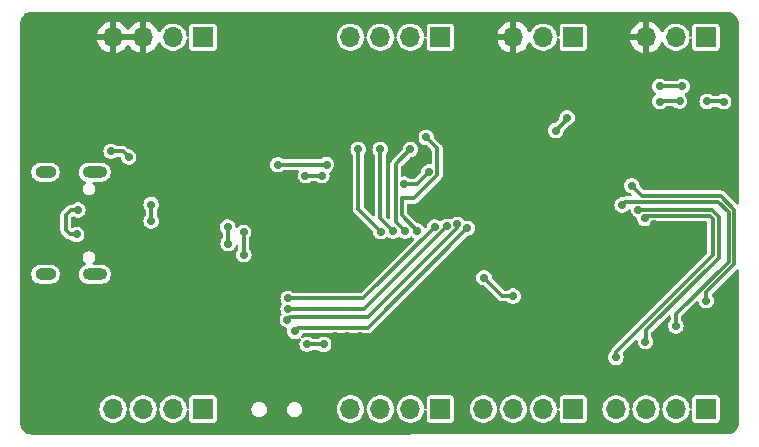
<source format=gbr>
%TF.GenerationSoftware,KiCad,Pcbnew,8.0.5*%
%TF.CreationDate,2024-12-16T02:16:41+02:00*%
%TF.ProjectId,TheXeric,54686558-6572-4696-932e-6b696361645f,1.0*%
%TF.SameCoordinates,Original*%
%TF.FileFunction,Copper,L2,Bot*%
%TF.FilePolarity,Positive*%
%FSLAX46Y46*%
G04 Gerber Fmt 4.6, Leading zero omitted, Abs format (unit mm)*
G04 Created by KiCad (PCBNEW 8.0.5) date 2024-12-16 02:16:41*
%MOMM*%
%LPD*%
G01*
G04 APERTURE LIST*
%TA.AperFunction,ComponentPad*%
%ADD10R,1.700000X1.700000*%
%TD*%
%TA.AperFunction,ComponentPad*%
%ADD11O,1.700000X1.700000*%
%TD*%
%TA.AperFunction,ComponentPad*%
%ADD12O,2.100000X1.000000*%
%TD*%
%TA.AperFunction,ComponentPad*%
%ADD13O,1.800000X1.000000*%
%TD*%
%TA.AperFunction,ViaPad*%
%ADD14C,0.700000*%
%TD*%
%TA.AperFunction,Conductor*%
%ADD15C,0.300000*%
%TD*%
G04 APERTURE END LIST*
D10*
%TO.P,J3,1,Pin_1*%
%TO.N,XDIR*%
X125410000Y-110340000D03*
D11*
%TO.P,J3,2,Pin_2*%
%TO.N,XCK*%
X122870000Y-110340000D03*
%TO.P,J3,3,Pin_3*%
%TO.N,RxD*%
X120330000Y-110340000D03*
%TO.P,J3,4,Pin_4*%
%TO.N,TxD*%
X117790000Y-110340000D03*
%TD*%
D10*
%TO.P,J9,1,Pin_1*%
%TO.N,+3.3V*%
X156760000Y-78860000D03*
D11*
%TO.P,J9,2,Pin_2*%
%TO.N,DEBUG*%
X154220000Y-78860000D03*
%TO.P,J9,3,Pin_3*%
%TO.N,GND*%
X151680000Y-78860000D03*
%TD*%
D10*
%TO.P,J4,1,Pin_1*%
%TO.N,SDA*%
X167990000Y-78860000D03*
D11*
%TO.P,J4,2,Pin_2*%
%TO.N,SCL*%
X165450000Y-78860000D03*
%TO.P,J4,3,Pin_3*%
%TO.N,GND*%
X162910000Y-78860000D03*
%TD*%
D10*
%TO.P,J8,1,Pin_1*%
%TO.N,PB4*%
X145510000Y-78860000D03*
D11*
%TO.P,J8,2,Pin_2*%
%TO.N,PB5*%
X142970000Y-78860000D03*
%TO.P,J8,3,Pin_3*%
%TO.N,PC0*%
X140430000Y-78860000D03*
%TO.P,J8,4,Pin_4*%
%TO.N,PC1*%
X137890000Y-78860000D03*
%TD*%
D12*
%TO.P,J1,S1,SHIELD*%
%TO.N,unconnected-(J1-SHIELD-PadS1)_2*%
X116255000Y-90280000D03*
D13*
%TO.N,unconnected-(J1-SHIELD-PadS1)_3*%
X112075000Y-90280000D03*
D12*
%TO.N,unconnected-(J1-SHIELD-PadS1)_1*%
X116255000Y-98920000D03*
D13*
%TO.N,unconnected-(J1-SHIELD-PadS1)*%
X112075000Y-98920000D03*
%TD*%
D10*
%TO.P,J6,1,Pin_1*%
%TO.N,PD3*%
X145510000Y-110340000D03*
D11*
%TO.P,J6,2,Pin_2*%
%TO.N,PD2*%
X142970000Y-110340000D03*
%TO.P,J6,3,Pin_3*%
%TO.N,PD1*%
X140430000Y-110340000D03*
%TO.P,J6,4,Pin_4*%
%TO.N,PD0*%
X137890000Y-110340000D03*
%TD*%
D10*
%TO.P,J2,1,Pin_1*%
%TO.N,+3.3V*%
X125410000Y-78860000D03*
D11*
%TO.P,J2,2,Pin_2*%
%TO.N,+5V*%
X122870000Y-78860000D03*
%TO.P,J2,3,Pin_3*%
%TO.N,GND*%
X120330000Y-78860000D03*
%TO.P,J2,4,Pin_4*%
X117790000Y-78860000D03*
%TD*%
D10*
%TO.P,J7,1,Pin_1*%
%TO.N,PD7*%
X156760000Y-110340000D03*
D11*
%TO.P,J7,2,Pin_2*%
%TO.N,PD5*%
X154220000Y-110340000D03*
%TO.P,J7,3,Pin_3*%
%TO.N,PD6*%
X151680000Y-110340000D03*
%TO.P,J7,4,Pin_4*%
%TO.N,PD4*%
X149140000Y-110340000D03*
%TD*%
D10*
%TO.P,J5,1,Pin_1*%
%TO.N,MISO*%
X167990000Y-110340000D03*
D11*
%TO.P,J5,2,Pin_2*%
%TO.N,CS*%
X165450000Y-110340000D03*
%TO.P,J5,3,Pin_3*%
%TO.N,SCK*%
X162910000Y-110340000D03*
%TO.P,J5,4,Pin_4*%
%TO.N,MOSI*%
X160370000Y-110340000D03*
%TD*%
D14*
%TO.N,GND*%
X138730000Y-104170000D03*
X120320000Y-92150000D03*
X132400000Y-81825000D03*
X133580000Y-94780000D03*
X142590000Y-102530000D03*
X129860000Y-89345000D03*
X117715000Y-91290000D03*
X136620000Y-104170000D03*
X144000000Y-93470000D03*
X148280000Y-102280000D03*
X146590000Y-84560000D03*
X134775000Y-81846250D03*
X153170000Y-97560000D03*
X120920000Y-96750000D03*
X119620000Y-87530000D03*
X137600000Y-104170000D03*
X163570000Y-94700000D03*
X162740000Y-85470000D03*
X153580000Y-86630000D03*
X118290000Y-97860000D03*
X132620000Y-99560000D03*
X162560000Y-87950000D03*
X167690000Y-95400000D03*
X126380000Y-94840000D03*
X132400000Y-106970000D03*
X151310000Y-103800000D03*
%TO.N,+3.3V*%
X128860000Y-97280000D03*
X164090000Y-83010000D03*
X165970000Y-83010000D03*
X165760000Y-84270000D03*
X156230000Y-85680000D03*
X168090000Y-84300000D03*
X169490000Y-84320000D03*
X149200000Y-99225761D03*
X164100000Y-84310000D03*
X128850000Y-95380000D03*
X155285025Y-86764975D03*
X151659881Y-100782961D03*
%TO.N,+5V*%
X121020000Y-94427500D03*
X117620000Y-88510000D03*
X121020000Y-93027500D03*
X119115000Y-89010000D03*
%TO.N,U_D-*%
X114820000Y-93480000D03*
X114710000Y-95560000D03*
%TO.N,XCK*%
X132545877Y-102767718D03*
X146943417Y-94705041D03*
%TO.N,RxD*%
X132610000Y-101870003D03*
X146058676Y-94870079D03*
%TO.N,TxD*%
X132610000Y-100970000D03*
X145008477Y-94930328D03*
%TO.N,XDIR*%
X147800025Y-95029975D03*
X133185025Y-103754975D03*
%TO.N,CS*%
X160894821Y-93058123D03*
X165440000Y-103300000D03*
%TO.N,SCK*%
X162870000Y-104640000D03*
X162271276Y-93477835D03*
%TO.N,MOSI*%
X162819596Y-94203111D03*
X160370000Y-105960000D03*
%TO.N,MISO*%
X168010000Y-101170000D03*
X161720000Y-91440000D03*
%TO.N,PB4*%
X143560000Y-95280000D03*
X144308433Y-87333714D03*
%TO.N,PC1*%
X140460000Y-95320000D03*
X138550000Y-88360000D03*
%TO.N,PB5*%
X142479899Y-95279999D03*
X142960000Y-88360000D03*
%TO.N,PC0*%
X140410000Y-88360000D03*
X141489949Y-95279999D03*
%TO.N,Net-(SW1-B)*%
X134230000Y-104850000D03*
X135630000Y-104870000D03*
%TO.N,M_D+*%
X127500000Y-94927500D03*
X127540000Y-96327500D03*
%TO.N,SCK_M*%
X134075000Y-90590000D03*
X135475000Y-90590000D03*
%TO.N,MOSI_M*%
X144539975Y-90270025D03*
X142430000Y-91300000D03*
%TO.N,MISO_M*%
X135870000Y-89640000D03*
X131740000Y-89660000D03*
%TD*%
D15*
%TO.N,+3.3V*%
X169470000Y-84300000D02*
X169490000Y-84320000D01*
X168090000Y-84300000D02*
X169470000Y-84300000D01*
X165760000Y-84270000D02*
X164140000Y-84270000D01*
X156230000Y-85820000D02*
X155285025Y-86764975D01*
X165970000Y-83010000D02*
X164090000Y-83010000D01*
X150757200Y-100782961D02*
X149200000Y-99225761D01*
X128860000Y-95390000D02*
X128850000Y-95380000D01*
X156230000Y-85680000D02*
X156230000Y-85820000D01*
X128860000Y-97280000D02*
X128860000Y-95390000D01*
X151659881Y-100782961D02*
X150757200Y-100782961D01*
X164140000Y-84270000D02*
X164100000Y-84310000D01*
%TO.N,+5V*%
X117620000Y-88510000D02*
X118615000Y-88510000D01*
X121020000Y-93027500D02*
X121020000Y-94427500D01*
X118615000Y-88510000D02*
X119115000Y-89010000D01*
%TO.N,U_D-*%
X113780000Y-95150000D02*
X114120000Y-95490000D01*
X113780000Y-93920000D02*
X113780000Y-95150000D01*
X114820000Y-93480000D02*
X114220000Y-93480000D01*
X114120000Y-95490000D02*
X114190000Y-95560000D01*
X114190000Y-95560000D02*
X114710000Y-95560000D01*
X114220000Y-93480000D02*
X113780000Y-93920000D01*
%TO.N,XCK*%
X146943417Y-94975288D02*
X139348702Y-102570003D01*
X146943417Y-94705041D02*
X146943417Y-94975288D01*
X132743592Y-102570003D02*
X132545877Y-102767718D01*
X139348702Y-102570003D02*
X132743592Y-102570003D01*
%TO.N,RxD*%
X139058752Y-101870003D02*
X132610000Y-101870003D01*
X146058676Y-94870079D02*
X139058752Y-101870003D01*
%TO.N,TxD*%
X145008477Y-94930328D02*
X138968805Y-100970000D01*
X138968805Y-100970000D02*
X132610000Y-100970000D01*
%TO.N,XDIR*%
X139360000Y-103470000D02*
X133470000Y-103470000D01*
X147800025Y-95029975D02*
X139360000Y-103470000D01*
X133470000Y-103470000D02*
X133185025Y-103754975D01*
%TO.N,CS*%
X161175109Y-92777835D02*
X168087835Y-92777835D01*
X169900000Y-97850000D02*
X165450000Y-102300000D01*
X169900000Y-93660000D02*
X169900000Y-97850000D01*
X160894821Y-93058123D02*
X161175109Y-92777835D01*
X169020000Y-92780000D02*
X169900000Y-93660000D01*
X168087835Y-92777835D02*
X168090000Y-92780000D01*
X168090000Y-92780000D02*
X169020000Y-92780000D01*
X165450000Y-103290000D02*
X165440000Y-103300000D01*
X165450000Y-102300000D02*
X165450000Y-103290000D01*
%TO.N,SCK*%
X168507106Y-93480000D02*
X169070000Y-94042894D01*
X162910000Y-104600000D02*
X162870000Y-104640000D01*
X162271276Y-93477835D02*
X168057835Y-93477835D01*
X168057835Y-93477835D02*
X168060000Y-93480000D01*
X169070000Y-97517106D02*
X162910000Y-103677106D01*
X169070000Y-94042894D02*
X169070000Y-97517106D01*
X168060000Y-93480000D02*
X168507106Y-93480000D01*
X162910000Y-103677106D02*
X162910000Y-104600000D01*
%TO.N,MOSI*%
X162819596Y-94203111D02*
X163022707Y-94000000D01*
X160370000Y-105510000D02*
X160370000Y-105960000D01*
X168570000Y-97310000D02*
X160370000Y-105510000D01*
X168320000Y-94000000D02*
X168570000Y-94250000D01*
X168570000Y-94250000D02*
X168570000Y-97310000D01*
X163022707Y-94000000D02*
X168320000Y-94000000D01*
%TO.N,MISO*%
X161720000Y-91440000D02*
X162557835Y-92277835D01*
X170400000Y-93452893D02*
X170400000Y-98060000D01*
X167990000Y-101150000D02*
X168010000Y-101170000D01*
X162557835Y-92277835D02*
X169224942Y-92277835D01*
X169224942Y-92277835D02*
X170400000Y-93452893D01*
X167990000Y-100470000D02*
X167990000Y-101150000D01*
X170400000Y-98060000D02*
X167990000Y-100470000D01*
%TO.N,PB4*%
X142230000Y-92489950D02*
X143310000Y-92489950D01*
X145239975Y-90559975D02*
X145239975Y-88265256D01*
X143560000Y-95280000D02*
X142230000Y-93950000D01*
X145239975Y-88265256D02*
X144308433Y-87333714D01*
X142230000Y-93950000D02*
X142230000Y-92489950D01*
X143310000Y-92489950D02*
X145239975Y-90559975D01*
%TO.N,PC1*%
X138550000Y-93410000D02*
X138550000Y-88360000D01*
X140460000Y-95320000D02*
X138550000Y-93410000D01*
%TO.N,PB5*%
X141730000Y-94530100D02*
X141730000Y-89590000D01*
X141730000Y-89590000D02*
X142960000Y-88360000D01*
X142479899Y-95279999D02*
X141730000Y-94530100D01*
%TO.N,PC0*%
X140410000Y-94200050D02*
X140410000Y-88360000D01*
X141489949Y-95279999D02*
X140410000Y-94200050D01*
%TO.N,Net-(SW1-B)*%
X134230000Y-104850000D02*
X135610000Y-104850000D01*
X135610000Y-104850000D02*
X135630000Y-104870000D01*
%TO.N,M_D+*%
X127540000Y-94967500D02*
X127500000Y-94927500D01*
X127540000Y-96327500D02*
X127540000Y-94967500D01*
%TO.N,SCK_M*%
X134075000Y-90590000D02*
X135475000Y-90590000D01*
%TO.N,MOSI_M*%
X143510000Y-91300000D02*
X144539975Y-90270025D01*
X142430000Y-91300000D02*
X143510000Y-91300000D01*
%TO.N,MISO_M*%
X131740000Y-89660000D02*
X135850000Y-89660000D01*
X135850000Y-89660000D02*
X135870000Y-89640000D01*
%TD*%
%TA.AperFunction,Conductor*%
%TO.N,GND*%
G36*
X119864075Y-78667007D02*
G01*
X119830000Y-78794174D01*
X119830000Y-78925826D01*
X119864075Y-79052993D01*
X119896988Y-79110000D01*
X118223012Y-79110000D01*
X118255925Y-79052993D01*
X118290000Y-78925826D01*
X118290000Y-78794174D01*
X118255925Y-78667007D01*
X118223012Y-78610000D01*
X119896988Y-78610000D01*
X119864075Y-78667007D01*
G37*
%TD.AperFunction*%
%TA.AperFunction,Conductor*%
G36*
X169715770Y-76710486D02*
G01*
X169715965Y-76710500D01*
X169724108Y-76710500D01*
X169784587Y-76710500D01*
X169795394Y-76710972D01*
X169825721Y-76713625D01*
X169952755Y-76724739D01*
X169974035Y-76728491D01*
X170084048Y-76757969D01*
X170121369Y-76767969D01*
X170141681Y-76775362D01*
X170279915Y-76839822D01*
X170298633Y-76850629D01*
X170423582Y-76938119D01*
X170440140Y-76952013D01*
X170547986Y-77059859D01*
X170561880Y-77076417D01*
X170649370Y-77201366D01*
X170660177Y-77220084D01*
X170724637Y-77358318D01*
X170732030Y-77378630D01*
X170771507Y-77525961D01*
X170775260Y-77547246D01*
X170789028Y-77704605D01*
X170789500Y-77715413D01*
X170789500Y-92905928D01*
X170769815Y-92972967D01*
X170717011Y-93018722D01*
X170647853Y-93028666D01*
X170584297Y-92999641D01*
X170577819Y-92993609D01*
X169501558Y-91917348D01*
X169501556Y-91917346D01*
X169450192Y-91887691D01*
X169398830Y-91858036D01*
X169386722Y-91854792D01*
X169374615Y-91851548D01*
X169374612Y-91851547D01*
X169328841Y-91839283D01*
X169284251Y-91827335D01*
X169284250Y-91827335D01*
X162795801Y-91827335D01*
X162728762Y-91807650D01*
X162708120Y-91791016D01*
X162408046Y-91490942D01*
X162374561Y-91429619D01*
X162372634Y-91418225D01*
X162356237Y-91283182D01*
X162300220Y-91135477D01*
X162210483Y-91005470D01*
X162092240Y-90900717D01*
X162092238Y-90900716D01*
X162092237Y-90900715D01*
X161952365Y-90827303D01*
X161798986Y-90789500D01*
X161798985Y-90789500D01*
X161641015Y-90789500D01*
X161641014Y-90789500D01*
X161487634Y-90827303D01*
X161347762Y-90900715D01*
X161229516Y-91005471D01*
X161139781Y-91135475D01*
X161139780Y-91135476D01*
X161083762Y-91283181D01*
X161064722Y-91439999D01*
X161064722Y-91440000D01*
X161083762Y-91596818D01*
X161100450Y-91640819D01*
X161139780Y-91744523D01*
X161229517Y-91874530D01*
X161347760Y-91979283D01*
X161347762Y-91979284D01*
X161449471Y-92032666D01*
X161487635Y-92052696D01*
X161602972Y-92081123D01*
X161610334Y-92082938D01*
X161670714Y-92118094D01*
X161702503Y-92180313D01*
X161695607Y-92249842D01*
X161652216Y-92304605D01*
X161586106Y-92327215D01*
X161580659Y-92327335D01*
X161115800Y-92327335D01*
X161025434Y-92351548D01*
X161025433Y-92351547D01*
X161001225Y-92358034D01*
X161001222Y-92358035D01*
X160944110Y-92391010D01*
X160882109Y-92407623D01*
X160815835Y-92407623D01*
X160662455Y-92445426D01*
X160522583Y-92518838D01*
X160404337Y-92623594D01*
X160314602Y-92753598D01*
X160314601Y-92753599D01*
X160258583Y-92901304D01*
X160239543Y-93058122D01*
X160239543Y-93058123D01*
X160258583Y-93214941D01*
X160314601Y-93362646D01*
X160404338Y-93492653D01*
X160522581Y-93597406D01*
X160522583Y-93597407D01*
X160662455Y-93670819D01*
X160815835Y-93708623D01*
X160815836Y-93708623D01*
X160973806Y-93708623D01*
X161127186Y-93670819D01*
X161267061Y-93597406D01*
X161385304Y-93492653D01*
X161397282Y-93475298D01*
X161451563Y-93431309D01*
X161521012Y-93423649D01*
X161583577Y-93454751D01*
X161619395Y-93514741D01*
X161622428Y-93530792D01*
X161635039Y-93634654D01*
X161654745Y-93686614D01*
X161691056Y-93782358D01*
X161780793Y-93912365D01*
X161899036Y-94017118D01*
X162038911Y-94090531D01*
X162070989Y-94098437D01*
X162131370Y-94133592D01*
X162163160Y-94195810D01*
X162164412Y-94203887D01*
X162183359Y-94359930D01*
X162212038Y-94435549D01*
X162239376Y-94507634D01*
X162329113Y-94637641D01*
X162447356Y-94742394D01*
X162447358Y-94742395D01*
X162587230Y-94815807D01*
X162740610Y-94853611D01*
X162740611Y-94853611D01*
X162898581Y-94853611D01*
X163051961Y-94815807D01*
X163132550Y-94773510D01*
X163191836Y-94742394D01*
X163310079Y-94637641D01*
X163399816Y-94507634D01*
X163399815Y-94507634D01*
X163402283Y-94504060D01*
X163456566Y-94460070D01*
X163504333Y-94450500D01*
X167995500Y-94450500D01*
X168062539Y-94470185D01*
X168108294Y-94522989D01*
X168119500Y-94574500D01*
X168119500Y-97072035D01*
X168099815Y-97139074D01*
X168083181Y-97159716D01*
X160009513Y-105233383D01*
X160009511Y-105233386D01*
X159950200Y-105336113D01*
X159950199Y-105336116D01*
X159943712Y-105360324D01*
X159943713Y-105360325D01*
X159917397Y-105458541D01*
X159915796Y-105458112D01*
X159891403Y-105513235D01*
X159880235Y-105524659D01*
X159879515Y-105525472D01*
X159789781Y-105655475D01*
X159789780Y-105655476D01*
X159733762Y-105803181D01*
X159714722Y-105959999D01*
X159714722Y-105960000D01*
X159733762Y-106116818D01*
X159789780Y-106264523D01*
X159879517Y-106394530D01*
X159997760Y-106499283D01*
X159997762Y-106499284D01*
X160137634Y-106572696D01*
X160291014Y-106610500D01*
X160291015Y-106610500D01*
X160448985Y-106610500D01*
X160602365Y-106572696D01*
X160742240Y-106499283D01*
X160860483Y-106394530D01*
X160950220Y-106264523D01*
X161006237Y-106116818D01*
X161025278Y-105960000D01*
X161006237Y-105803182D01*
X160954287Y-105666203D01*
X160948921Y-105596541D01*
X160982068Y-105535035D01*
X160982297Y-105534804D01*
X162007292Y-104509810D01*
X162068614Y-104476326D01*
X162138306Y-104481310D01*
X162194239Y-104523182D01*
X162218656Y-104588646D01*
X162218068Y-104612436D01*
X162214722Y-104639996D01*
X162214722Y-104640000D01*
X162233762Y-104796818D01*
X162261517Y-104870000D01*
X162289780Y-104944523D01*
X162379517Y-105074530D01*
X162497760Y-105179283D01*
X162497762Y-105179284D01*
X162637634Y-105252696D01*
X162791014Y-105290500D01*
X162791015Y-105290500D01*
X162948985Y-105290500D01*
X163102365Y-105252696D01*
X163242240Y-105179283D01*
X163360483Y-105074530D01*
X163450220Y-104944523D01*
X163506237Y-104796818D01*
X163525278Y-104640000D01*
X163506237Y-104483182D01*
X163450220Y-104335477D01*
X163382450Y-104237294D01*
X163360567Y-104170939D01*
X163360500Y-104166854D01*
X163360500Y-103915070D01*
X163380185Y-103848031D01*
X163396814Y-103827394D01*
X164787819Y-102436388D01*
X164849142Y-102402904D01*
X164918834Y-102407888D01*
X164974767Y-102449760D01*
X164999184Y-102515224D01*
X164999500Y-102524070D01*
X164999500Y-102765381D01*
X164979815Y-102832420D01*
X164957727Y-102858196D01*
X164949518Y-102865468D01*
X164859781Y-102995475D01*
X164859780Y-102995476D01*
X164803762Y-103143181D01*
X164784722Y-103299999D01*
X164784722Y-103300000D01*
X164803762Y-103456818D01*
X164826184Y-103515938D01*
X164859780Y-103604523D01*
X164949517Y-103734530D01*
X165067760Y-103839283D01*
X165067762Y-103839284D01*
X165207634Y-103912696D01*
X165361014Y-103950500D01*
X165361015Y-103950500D01*
X165518985Y-103950500D01*
X165672365Y-103912696D01*
X165812240Y-103839283D01*
X165930483Y-103734530D01*
X166020220Y-103604523D01*
X166076237Y-103456818D01*
X166095278Y-103300000D01*
X166076237Y-103143182D01*
X166061557Y-103104475D01*
X166029711Y-103020503D01*
X166020220Y-102995477D01*
X165930483Y-102865470D01*
X165930481Y-102865468D01*
X165926222Y-102859297D01*
X165927673Y-102858294D01*
X165901963Y-102803589D01*
X165900500Y-102784599D01*
X165900500Y-102537964D01*
X165920185Y-102470925D01*
X165936814Y-102450288D01*
X167159743Y-101227358D01*
X167221064Y-101193875D01*
X167290756Y-101198859D01*
X167346689Y-101240731D01*
X167370518Y-101300094D01*
X167373763Y-101326819D01*
X167414207Y-101433461D01*
X167429780Y-101474523D01*
X167519517Y-101604530D01*
X167637760Y-101709283D01*
X167637762Y-101709284D01*
X167777634Y-101782696D01*
X167931014Y-101820500D01*
X167931015Y-101820500D01*
X168088985Y-101820500D01*
X168242365Y-101782696D01*
X168382240Y-101709283D01*
X168500483Y-101604530D01*
X168590220Y-101474523D01*
X168646237Y-101326818D01*
X168665278Y-101170000D01*
X168646237Y-101013182D01*
X168590220Y-100865477D01*
X168502483Y-100738368D01*
X168480601Y-100672016D01*
X168498066Y-100604364D01*
X168516849Y-100580253D01*
X170577821Y-98519282D01*
X170639142Y-98485799D01*
X170708834Y-98490783D01*
X170764767Y-98532655D01*
X170789184Y-98598119D01*
X170789500Y-98606965D01*
X170789500Y-111484586D01*
X170789028Y-111495394D01*
X170775260Y-111652753D01*
X170771507Y-111674038D01*
X170732030Y-111821369D01*
X170724637Y-111841681D01*
X170660177Y-111979915D01*
X170649370Y-111998633D01*
X170561880Y-112123582D01*
X170547986Y-112140140D01*
X170440140Y-112247986D01*
X170423582Y-112261880D01*
X170298633Y-112349370D01*
X170279915Y-112360177D01*
X170141681Y-112424637D01*
X170121369Y-112432030D01*
X169974038Y-112471507D01*
X169952753Y-112475260D01*
X169795395Y-112489028D01*
X169784587Y-112489500D01*
X169716480Y-112489500D01*
X169716264Y-112489513D01*
X116008554Y-112499500D01*
X110905413Y-112499500D01*
X110894605Y-112499028D01*
X110737246Y-112485260D01*
X110715961Y-112481507D01*
X110568630Y-112442030D01*
X110548318Y-112434637D01*
X110410084Y-112370177D01*
X110391366Y-112359370D01*
X110266417Y-112271880D01*
X110249859Y-112257986D01*
X110142013Y-112150140D01*
X110128119Y-112133582D01*
X110040629Y-112008633D01*
X110029822Y-111989915D01*
X109965362Y-111851681D01*
X109957969Y-111831369D01*
X109918492Y-111684038D01*
X109914739Y-111662752D01*
X109900972Y-111505393D01*
X109900500Y-111494586D01*
X109900500Y-110339999D01*
X116634571Y-110339999D01*
X116634571Y-110340000D01*
X116654244Y-110552310D01*
X116712596Y-110757392D01*
X116712596Y-110757394D01*
X116807632Y-110948253D01*
X116862191Y-111020500D01*
X116936128Y-111118407D01*
X117093698Y-111262052D01*
X117274981Y-111374298D01*
X117473802Y-111451321D01*
X117683390Y-111490500D01*
X117683392Y-111490500D01*
X117896608Y-111490500D01*
X117896610Y-111490500D01*
X118106198Y-111451321D01*
X118305019Y-111374298D01*
X118486302Y-111262052D01*
X118643872Y-111118407D01*
X118772366Y-110948255D01*
X118808705Y-110875276D01*
X118867403Y-110757394D01*
X118867403Y-110757393D01*
X118867405Y-110757389D01*
X118925756Y-110552310D01*
X118936529Y-110436047D01*
X118962315Y-110371111D01*
X119004622Y-110340804D01*
X119113130Y-110340804D01*
X119149503Y-110361668D01*
X119181693Y-110423681D01*
X119183471Y-110436048D01*
X119194244Y-110552310D01*
X119252596Y-110757392D01*
X119252596Y-110757394D01*
X119347632Y-110948253D01*
X119402191Y-111020500D01*
X119476128Y-111118407D01*
X119633698Y-111262052D01*
X119814981Y-111374298D01*
X120013802Y-111451321D01*
X120223390Y-111490500D01*
X120223392Y-111490500D01*
X120436608Y-111490500D01*
X120436610Y-111490500D01*
X120646198Y-111451321D01*
X120845019Y-111374298D01*
X121026302Y-111262052D01*
X121183872Y-111118407D01*
X121312366Y-110948255D01*
X121348705Y-110875276D01*
X121407403Y-110757394D01*
X121407403Y-110757393D01*
X121407405Y-110757389D01*
X121465756Y-110552310D01*
X121476529Y-110436047D01*
X121502315Y-110371111D01*
X121544622Y-110340804D01*
X121653130Y-110340804D01*
X121689503Y-110361668D01*
X121721693Y-110423681D01*
X121723471Y-110436048D01*
X121734244Y-110552310D01*
X121792596Y-110757392D01*
X121792596Y-110757394D01*
X121887632Y-110948253D01*
X121942191Y-111020500D01*
X122016128Y-111118407D01*
X122173698Y-111262052D01*
X122354981Y-111374298D01*
X122553802Y-111451321D01*
X122763390Y-111490500D01*
X122763392Y-111490500D01*
X122976608Y-111490500D01*
X122976610Y-111490500D01*
X123186198Y-111451321D01*
X123385019Y-111374298D01*
X123566302Y-111262052D01*
X123723872Y-111118407D01*
X123852366Y-110948255D01*
X123888705Y-110875276D01*
X123947403Y-110757394D01*
X123947403Y-110757393D01*
X123947405Y-110757389D01*
X124005756Y-110552310D01*
X124012029Y-110484605D01*
X124037814Y-110419669D01*
X124094614Y-110378981D01*
X124164395Y-110375461D01*
X124225002Y-110410225D01*
X124257193Y-110472238D01*
X124259500Y-110496047D01*
X124259500Y-111234856D01*
X124259502Y-111234882D01*
X124262413Y-111259987D01*
X124262415Y-111259991D01*
X124307793Y-111362764D01*
X124307794Y-111362765D01*
X124387235Y-111442206D01*
X124490009Y-111487585D01*
X124515135Y-111490500D01*
X126304864Y-111490499D01*
X126304879Y-111490497D01*
X126304882Y-111490497D01*
X126329987Y-111487586D01*
X126329988Y-111487585D01*
X126329991Y-111487585D01*
X126432765Y-111442206D01*
X126512206Y-111362765D01*
X126557585Y-111259991D01*
X126560500Y-111234865D01*
X126560500Y-110434071D01*
X129509499Y-110434071D01*
X129534497Y-110559738D01*
X129534499Y-110559744D01*
X129583533Y-110678124D01*
X129583538Y-110678133D01*
X129654723Y-110784668D01*
X129654726Y-110784672D01*
X129745327Y-110875273D01*
X129745331Y-110875276D01*
X129851866Y-110946461D01*
X129851875Y-110946466D01*
X129856194Y-110948255D01*
X129970256Y-110995501D01*
X129970260Y-110995501D01*
X129970261Y-110995502D01*
X130095928Y-111020500D01*
X130095931Y-111020500D01*
X130224071Y-111020500D01*
X130308615Y-111003682D01*
X130349744Y-110995501D01*
X130468127Y-110946465D01*
X130574669Y-110875276D01*
X130665276Y-110784669D01*
X130736465Y-110678127D01*
X130785501Y-110559744D01*
X130793682Y-110518615D01*
X130810500Y-110434071D01*
X132509499Y-110434071D01*
X132534497Y-110559738D01*
X132534499Y-110559744D01*
X132583533Y-110678124D01*
X132583538Y-110678133D01*
X132654723Y-110784668D01*
X132654726Y-110784672D01*
X132745327Y-110875273D01*
X132745331Y-110875276D01*
X132851866Y-110946461D01*
X132851875Y-110946466D01*
X132856194Y-110948255D01*
X132970256Y-110995501D01*
X132970260Y-110995501D01*
X132970261Y-110995502D01*
X133095928Y-111020500D01*
X133095931Y-111020500D01*
X133224071Y-111020500D01*
X133308615Y-111003682D01*
X133349744Y-110995501D01*
X133468127Y-110946465D01*
X133574669Y-110875276D01*
X133665276Y-110784669D01*
X133736465Y-110678127D01*
X133785501Y-110559744D01*
X133793682Y-110518615D01*
X133810500Y-110434071D01*
X133810500Y-110339999D01*
X136734571Y-110339999D01*
X136734571Y-110340000D01*
X136754244Y-110552310D01*
X136812596Y-110757392D01*
X136812596Y-110757394D01*
X136907632Y-110948253D01*
X136962191Y-111020500D01*
X137036128Y-111118407D01*
X137193698Y-111262052D01*
X137374981Y-111374298D01*
X137573802Y-111451321D01*
X137783390Y-111490500D01*
X137783392Y-111490500D01*
X137996608Y-111490500D01*
X137996610Y-111490500D01*
X138206198Y-111451321D01*
X138405019Y-111374298D01*
X138586302Y-111262052D01*
X138743872Y-111118407D01*
X138872366Y-110948255D01*
X138908705Y-110875276D01*
X138967403Y-110757394D01*
X138967403Y-110757393D01*
X138967405Y-110757389D01*
X139025756Y-110552310D01*
X139036529Y-110436047D01*
X139062315Y-110371111D01*
X139104622Y-110340804D01*
X139213130Y-110340804D01*
X139249503Y-110361668D01*
X139281693Y-110423681D01*
X139283471Y-110436048D01*
X139294244Y-110552310D01*
X139352596Y-110757392D01*
X139352596Y-110757394D01*
X139447632Y-110948253D01*
X139502191Y-111020500D01*
X139576128Y-111118407D01*
X139733698Y-111262052D01*
X139914981Y-111374298D01*
X140113802Y-111451321D01*
X140323390Y-111490500D01*
X140323392Y-111490500D01*
X140536608Y-111490500D01*
X140536610Y-111490500D01*
X140746198Y-111451321D01*
X140945019Y-111374298D01*
X141126302Y-111262052D01*
X141283872Y-111118407D01*
X141412366Y-110948255D01*
X141448705Y-110875276D01*
X141507403Y-110757394D01*
X141507403Y-110757393D01*
X141507405Y-110757389D01*
X141565756Y-110552310D01*
X141576529Y-110436047D01*
X141602315Y-110371111D01*
X141644622Y-110340804D01*
X141753130Y-110340804D01*
X141789503Y-110361668D01*
X141821693Y-110423681D01*
X141823471Y-110436048D01*
X141834244Y-110552310D01*
X141892596Y-110757392D01*
X141892596Y-110757394D01*
X141987632Y-110948253D01*
X142042191Y-111020500D01*
X142116128Y-111118407D01*
X142273698Y-111262052D01*
X142454981Y-111374298D01*
X142653802Y-111451321D01*
X142863390Y-111490500D01*
X142863392Y-111490500D01*
X143076608Y-111490500D01*
X143076610Y-111490500D01*
X143286198Y-111451321D01*
X143485019Y-111374298D01*
X143666302Y-111262052D01*
X143823872Y-111118407D01*
X143952366Y-110948255D01*
X143988705Y-110875276D01*
X144047403Y-110757394D01*
X144047403Y-110757393D01*
X144047405Y-110757389D01*
X144105756Y-110552310D01*
X144112029Y-110484605D01*
X144137814Y-110419669D01*
X144194614Y-110378981D01*
X144264395Y-110375461D01*
X144325002Y-110410225D01*
X144357193Y-110472238D01*
X144359500Y-110496047D01*
X144359500Y-111234856D01*
X144359502Y-111234882D01*
X144362413Y-111259987D01*
X144362415Y-111259991D01*
X144407793Y-111362764D01*
X144407794Y-111362765D01*
X144487235Y-111442206D01*
X144590009Y-111487585D01*
X144615135Y-111490500D01*
X146404864Y-111490499D01*
X146404879Y-111490497D01*
X146404882Y-111490497D01*
X146429987Y-111487586D01*
X146429988Y-111487585D01*
X146429991Y-111487585D01*
X146532765Y-111442206D01*
X146612206Y-111362765D01*
X146657585Y-111259991D01*
X146660500Y-111234865D01*
X146660499Y-110339999D01*
X147984571Y-110339999D01*
X147984571Y-110340000D01*
X148004244Y-110552310D01*
X148062596Y-110757392D01*
X148062596Y-110757394D01*
X148157632Y-110948253D01*
X148212191Y-111020500D01*
X148286128Y-111118407D01*
X148443698Y-111262052D01*
X148624981Y-111374298D01*
X148823802Y-111451321D01*
X149033390Y-111490500D01*
X149033392Y-111490500D01*
X149246608Y-111490500D01*
X149246610Y-111490500D01*
X149456198Y-111451321D01*
X149655019Y-111374298D01*
X149836302Y-111262052D01*
X149993872Y-111118407D01*
X150122366Y-110948255D01*
X150158705Y-110875276D01*
X150217403Y-110757394D01*
X150217403Y-110757393D01*
X150217405Y-110757389D01*
X150275756Y-110552310D01*
X150286529Y-110436047D01*
X150312315Y-110371111D01*
X150354622Y-110340804D01*
X150463130Y-110340804D01*
X150499503Y-110361668D01*
X150531693Y-110423681D01*
X150533471Y-110436048D01*
X150544244Y-110552310D01*
X150602596Y-110757392D01*
X150602596Y-110757394D01*
X150697632Y-110948253D01*
X150752191Y-111020500D01*
X150826128Y-111118407D01*
X150983698Y-111262052D01*
X151164981Y-111374298D01*
X151363802Y-111451321D01*
X151573390Y-111490500D01*
X151573392Y-111490500D01*
X151786608Y-111490500D01*
X151786610Y-111490500D01*
X151996198Y-111451321D01*
X152195019Y-111374298D01*
X152376302Y-111262052D01*
X152533872Y-111118407D01*
X152662366Y-110948255D01*
X152698705Y-110875276D01*
X152757403Y-110757394D01*
X152757403Y-110757393D01*
X152757405Y-110757389D01*
X152815756Y-110552310D01*
X152826529Y-110436047D01*
X152852315Y-110371111D01*
X152894622Y-110340804D01*
X153003130Y-110340804D01*
X153039503Y-110361668D01*
X153071693Y-110423681D01*
X153073471Y-110436048D01*
X153084244Y-110552310D01*
X153142596Y-110757392D01*
X153142596Y-110757394D01*
X153237632Y-110948253D01*
X153292191Y-111020500D01*
X153366128Y-111118407D01*
X153523698Y-111262052D01*
X153704981Y-111374298D01*
X153903802Y-111451321D01*
X154113390Y-111490500D01*
X154113392Y-111490500D01*
X154326608Y-111490500D01*
X154326610Y-111490500D01*
X154536198Y-111451321D01*
X154735019Y-111374298D01*
X154916302Y-111262052D01*
X155073872Y-111118407D01*
X155202366Y-110948255D01*
X155238705Y-110875276D01*
X155297403Y-110757394D01*
X155297403Y-110757393D01*
X155297405Y-110757389D01*
X155355756Y-110552310D01*
X155362029Y-110484605D01*
X155387814Y-110419669D01*
X155444614Y-110378981D01*
X155514395Y-110375461D01*
X155575002Y-110410225D01*
X155607193Y-110472238D01*
X155609500Y-110496047D01*
X155609500Y-111234856D01*
X155609502Y-111234882D01*
X155612413Y-111259987D01*
X155612415Y-111259991D01*
X155657793Y-111362764D01*
X155657794Y-111362765D01*
X155737235Y-111442206D01*
X155840009Y-111487585D01*
X155865135Y-111490500D01*
X157654864Y-111490499D01*
X157654879Y-111490497D01*
X157654882Y-111490497D01*
X157679987Y-111487586D01*
X157679988Y-111487585D01*
X157679991Y-111487585D01*
X157782765Y-111442206D01*
X157862206Y-111362765D01*
X157907585Y-111259991D01*
X157910500Y-111234865D01*
X157910499Y-110339999D01*
X159214571Y-110339999D01*
X159214571Y-110340000D01*
X159234244Y-110552310D01*
X159292596Y-110757392D01*
X159292596Y-110757394D01*
X159387632Y-110948253D01*
X159442191Y-111020500D01*
X159516128Y-111118407D01*
X159673698Y-111262052D01*
X159854981Y-111374298D01*
X160053802Y-111451321D01*
X160263390Y-111490500D01*
X160263392Y-111490500D01*
X160476608Y-111490500D01*
X160476610Y-111490500D01*
X160686198Y-111451321D01*
X160885019Y-111374298D01*
X161066302Y-111262052D01*
X161223872Y-111118407D01*
X161352366Y-110948255D01*
X161388705Y-110875276D01*
X161447403Y-110757394D01*
X161447403Y-110757393D01*
X161447405Y-110757389D01*
X161505756Y-110552310D01*
X161516529Y-110436047D01*
X161542315Y-110371111D01*
X161584622Y-110340804D01*
X161693130Y-110340804D01*
X161729503Y-110361668D01*
X161761693Y-110423681D01*
X161763471Y-110436048D01*
X161774244Y-110552310D01*
X161832596Y-110757392D01*
X161832596Y-110757394D01*
X161927632Y-110948253D01*
X161982191Y-111020500D01*
X162056128Y-111118407D01*
X162213698Y-111262052D01*
X162394981Y-111374298D01*
X162593802Y-111451321D01*
X162803390Y-111490500D01*
X162803392Y-111490500D01*
X163016608Y-111490500D01*
X163016610Y-111490500D01*
X163226198Y-111451321D01*
X163425019Y-111374298D01*
X163606302Y-111262052D01*
X163763872Y-111118407D01*
X163892366Y-110948255D01*
X163928705Y-110875276D01*
X163987403Y-110757394D01*
X163987403Y-110757393D01*
X163987405Y-110757389D01*
X164045756Y-110552310D01*
X164056529Y-110436047D01*
X164082315Y-110371111D01*
X164124622Y-110340804D01*
X164233130Y-110340804D01*
X164269503Y-110361668D01*
X164301693Y-110423681D01*
X164303471Y-110436048D01*
X164314244Y-110552310D01*
X164372596Y-110757392D01*
X164372596Y-110757394D01*
X164467632Y-110948253D01*
X164522191Y-111020500D01*
X164596128Y-111118407D01*
X164753698Y-111262052D01*
X164934981Y-111374298D01*
X165133802Y-111451321D01*
X165343390Y-111490500D01*
X165343392Y-111490500D01*
X165556608Y-111490500D01*
X165556610Y-111490500D01*
X165766198Y-111451321D01*
X165965019Y-111374298D01*
X166146302Y-111262052D01*
X166303872Y-111118407D01*
X166432366Y-110948255D01*
X166468705Y-110875276D01*
X166527403Y-110757394D01*
X166527403Y-110757393D01*
X166527405Y-110757389D01*
X166585756Y-110552310D01*
X166592029Y-110484605D01*
X166617814Y-110419669D01*
X166674614Y-110378981D01*
X166744395Y-110375461D01*
X166805002Y-110410225D01*
X166837193Y-110472238D01*
X166839500Y-110496047D01*
X166839500Y-111234856D01*
X166839502Y-111234882D01*
X166842413Y-111259987D01*
X166842415Y-111259991D01*
X166887793Y-111362764D01*
X166887794Y-111362765D01*
X166967235Y-111442206D01*
X167070009Y-111487585D01*
X167095135Y-111490500D01*
X168884864Y-111490499D01*
X168884879Y-111490497D01*
X168884882Y-111490497D01*
X168909987Y-111487586D01*
X168909988Y-111487585D01*
X168909991Y-111487585D01*
X169012765Y-111442206D01*
X169092206Y-111362765D01*
X169137585Y-111259991D01*
X169140500Y-111234865D01*
X169140499Y-109445136D01*
X169140497Y-109445117D01*
X169137586Y-109420012D01*
X169137585Y-109420010D01*
X169137585Y-109420009D01*
X169092206Y-109317235D01*
X169012765Y-109237794D01*
X168992124Y-109228680D01*
X168909992Y-109192415D01*
X168884865Y-109189500D01*
X167095143Y-109189500D01*
X167095117Y-109189502D01*
X167070012Y-109192413D01*
X167070008Y-109192415D01*
X166967235Y-109237793D01*
X166887794Y-109317234D01*
X166842415Y-109420006D01*
X166842415Y-109420008D01*
X166839500Y-109445131D01*
X166839500Y-110183951D01*
X166819815Y-110250990D01*
X166767011Y-110296745D01*
X166697853Y-110306689D01*
X166634297Y-110277664D01*
X166596523Y-110218886D01*
X166592029Y-110195391D01*
X166585756Y-110127689D01*
X166567027Y-110061866D01*
X166527405Y-109922611D01*
X166527403Y-109922606D01*
X166527403Y-109922605D01*
X166432367Y-109731746D01*
X166303872Y-109561593D01*
X166176133Y-109445143D01*
X166146302Y-109417948D01*
X165965019Y-109305702D01*
X165965017Y-109305701D01*
X165865608Y-109267190D01*
X165766198Y-109228679D01*
X165556610Y-109189500D01*
X165343390Y-109189500D01*
X165133802Y-109228679D01*
X165133799Y-109228679D01*
X165133799Y-109228680D01*
X164934982Y-109305701D01*
X164934980Y-109305702D01*
X164753699Y-109417947D01*
X164596127Y-109561593D01*
X164467632Y-109731746D01*
X164372596Y-109922605D01*
X164372596Y-109922607D01*
X164314244Y-110127689D01*
X164303471Y-110243951D01*
X164277685Y-110308888D01*
X164233130Y-110340804D01*
X164124622Y-110340804D01*
X164126869Y-110339194D01*
X164090497Y-110318331D01*
X164058307Y-110256318D01*
X164056529Y-110243951D01*
X164050627Y-110180261D01*
X164045756Y-110127690D01*
X163987405Y-109922611D01*
X163987403Y-109922606D01*
X163987403Y-109922605D01*
X163892367Y-109731746D01*
X163763872Y-109561593D01*
X163636133Y-109445143D01*
X163606302Y-109417948D01*
X163425019Y-109305702D01*
X163425017Y-109305701D01*
X163325608Y-109267190D01*
X163226198Y-109228679D01*
X163016610Y-109189500D01*
X162803390Y-109189500D01*
X162593802Y-109228679D01*
X162593799Y-109228679D01*
X162593799Y-109228680D01*
X162394982Y-109305701D01*
X162394980Y-109305702D01*
X162213699Y-109417947D01*
X162056127Y-109561593D01*
X161927632Y-109731746D01*
X161832596Y-109922605D01*
X161832596Y-109922607D01*
X161774244Y-110127689D01*
X161763471Y-110243951D01*
X161737685Y-110308888D01*
X161693130Y-110340804D01*
X161584622Y-110340804D01*
X161586869Y-110339194D01*
X161550497Y-110318331D01*
X161518307Y-110256318D01*
X161516529Y-110243951D01*
X161510627Y-110180261D01*
X161505756Y-110127690D01*
X161447405Y-109922611D01*
X161447403Y-109922606D01*
X161447403Y-109922605D01*
X161352367Y-109731746D01*
X161223872Y-109561593D01*
X161096133Y-109445143D01*
X161066302Y-109417948D01*
X160885019Y-109305702D01*
X160885017Y-109305701D01*
X160785608Y-109267190D01*
X160686198Y-109228679D01*
X160476610Y-109189500D01*
X160263390Y-109189500D01*
X160053802Y-109228679D01*
X160053799Y-109228679D01*
X160053799Y-109228680D01*
X159854982Y-109305701D01*
X159854980Y-109305702D01*
X159673699Y-109417947D01*
X159516127Y-109561593D01*
X159387632Y-109731746D01*
X159292596Y-109922605D01*
X159292596Y-109922607D01*
X159234244Y-110127689D01*
X159214571Y-110339999D01*
X157910499Y-110339999D01*
X157910499Y-109445136D01*
X157910497Y-109445117D01*
X157907586Y-109420012D01*
X157907585Y-109420010D01*
X157907585Y-109420009D01*
X157862206Y-109317235D01*
X157782765Y-109237794D01*
X157762124Y-109228680D01*
X157679992Y-109192415D01*
X157654865Y-109189500D01*
X155865143Y-109189500D01*
X155865117Y-109189502D01*
X155840012Y-109192413D01*
X155840008Y-109192415D01*
X155737235Y-109237793D01*
X155657794Y-109317234D01*
X155612415Y-109420006D01*
X155612415Y-109420008D01*
X155609500Y-109445131D01*
X155609500Y-110183951D01*
X155589815Y-110250990D01*
X155537011Y-110296745D01*
X155467853Y-110306689D01*
X155404297Y-110277664D01*
X155366523Y-110218886D01*
X155362029Y-110195391D01*
X155355756Y-110127689D01*
X155337027Y-110061866D01*
X155297405Y-109922611D01*
X155297403Y-109922606D01*
X155297403Y-109922605D01*
X155202367Y-109731746D01*
X155073872Y-109561593D01*
X154946133Y-109445143D01*
X154916302Y-109417948D01*
X154735019Y-109305702D01*
X154735017Y-109305701D01*
X154635608Y-109267190D01*
X154536198Y-109228679D01*
X154326610Y-109189500D01*
X154113390Y-109189500D01*
X153903802Y-109228679D01*
X153903799Y-109228679D01*
X153903799Y-109228680D01*
X153704982Y-109305701D01*
X153704980Y-109305702D01*
X153523699Y-109417947D01*
X153366127Y-109561593D01*
X153237632Y-109731746D01*
X153142596Y-109922605D01*
X153142596Y-109922607D01*
X153084244Y-110127689D01*
X153073471Y-110243951D01*
X153047685Y-110308888D01*
X153003130Y-110340804D01*
X152894622Y-110340804D01*
X152896869Y-110339194D01*
X152860497Y-110318331D01*
X152828307Y-110256318D01*
X152826529Y-110243951D01*
X152820627Y-110180261D01*
X152815756Y-110127690D01*
X152757405Y-109922611D01*
X152757403Y-109922606D01*
X152757403Y-109922605D01*
X152662367Y-109731746D01*
X152533872Y-109561593D01*
X152406133Y-109445143D01*
X152376302Y-109417948D01*
X152195019Y-109305702D01*
X152195017Y-109305701D01*
X152095608Y-109267190D01*
X151996198Y-109228679D01*
X151786610Y-109189500D01*
X151573390Y-109189500D01*
X151363802Y-109228679D01*
X151363799Y-109228679D01*
X151363799Y-109228680D01*
X151164982Y-109305701D01*
X151164980Y-109305702D01*
X150983699Y-109417947D01*
X150826127Y-109561593D01*
X150697632Y-109731746D01*
X150602596Y-109922605D01*
X150602596Y-109922607D01*
X150544244Y-110127689D01*
X150533471Y-110243951D01*
X150507685Y-110308888D01*
X150463130Y-110340804D01*
X150354622Y-110340804D01*
X150356869Y-110339194D01*
X150320497Y-110318331D01*
X150288307Y-110256318D01*
X150286529Y-110243951D01*
X150280627Y-110180261D01*
X150275756Y-110127690D01*
X150217405Y-109922611D01*
X150217403Y-109922606D01*
X150217403Y-109922605D01*
X150122367Y-109731746D01*
X149993872Y-109561593D01*
X149866133Y-109445143D01*
X149836302Y-109417948D01*
X149655019Y-109305702D01*
X149655017Y-109305701D01*
X149555608Y-109267190D01*
X149456198Y-109228679D01*
X149246610Y-109189500D01*
X149033390Y-109189500D01*
X148823802Y-109228679D01*
X148823799Y-109228679D01*
X148823799Y-109228680D01*
X148624982Y-109305701D01*
X148624980Y-109305702D01*
X148443699Y-109417947D01*
X148286127Y-109561593D01*
X148157632Y-109731746D01*
X148062596Y-109922605D01*
X148062596Y-109922607D01*
X148004244Y-110127689D01*
X147984571Y-110339999D01*
X146660499Y-110339999D01*
X146660499Y-109445136D01*
X146660497Y-109445117D01*
X146657586Y-109420012D01*
X146657585Y-109420010D01*
X146657585Y-109420009D01*
X146612206Y-109317235D01*
X146532765Y-109237794D01*
X146512124Y-109228680D01*
X146429992Y-109192415D01*
X146404865Y-109189500D01*
X144615143Y-109189500D01*
X144615117Y-109189502D01*
X144590012Y-109192413D01*
X144590008Y-109192415D01*
X144487235Y-109237793D01*
X144407794Y-109317234D01*
X144362415Y-109420006D01*
X144362415Y-109420008D01*
X144359500Y-109445131D01*
X144359500Y-110183951D01*
X144339815Y-110250990D01*
X144287011Y-110296745D01*
X144217853Y-110306689D01*
X144154297Y-110277664D01*
X144116523Y-110218886D01*
X144112029Y-110195391D01*
X144105756Y-110127689D01*
X144087027Y-110061866D01*
X144047405Y-109922611D01*
X144047403Y-109922606D01*
X144047403Y-109922605D01*
X143952367Y-109731746D01*
X143823872Y-109561593D01*
X143696133Y-109445143D01*
X143666302Y-109417948D01*
X143485019Y-109305702D01*
X143485017Y-109305701D01*
X143385608Y-109267190D01*
X143286198Y-109228679D01*
X143076610Y-109189500D01*
X142863390Y-109189500D01*
X142653802Y-109228679D01*
X142653799Y-109228679D01*
X142653799Y-109228680D01*
X142454982Y-109305701D01*
X142454980Y-109305702D01*
X142273699Y-109417947D01*
X142116127Y-109561593D01*
X141987632Y-109731746D01*
X141892596Y-109922605D01*
X141892596Y-109922607D01*
X141834244Y-110127689D01*
X141823471Y-110243951D01*
X141797685Y-110308888D01*
X141753130Y-110340804D01*
X141644622Y-110340804D01*
X141646869Y-110339194D01*
X141610497Y-110318331D01*
X141578307Y-110256318D01*
X141576529Y-110243951D01*
X141570627Y-110180261D01*
X141565756Y-110127690D01*
X141507405Y-109922611D01*
X141507403Y-109922606D01*
X141507403Y-109922605D01*
X141412367Y-109731746D01*
X141283872Y-109561593D01*
X141156133Y-109445143D01*
X141126302Y-109417948D01*
X140945019Y-109305702D01*
X140945017Y-109305701D01*
X140845608Y-109267190D01*
X140746198Y-109228679D01*
X140536610Y-109189500D01*
X140323390Y-109189500D01*
X140113802Y-109228679D01*
X140113799Y-109228679D01*
X140113799Y-109228680D01*
X139914982Y-109305701D01*
X139914980Y-109305702D01*
X139733699Y-109417947D01*
X139576127Y-109561593D01*
X139447632Y-109731746D01*
X139352596Y-109922605D01*
X139352596Y-109922607D01*
X139294244Y-110127689D01*
X139283471Y-110243951D01*
X139257685Y-110308888D01*
X139213130Y-110340804D01*
X139104622Y-110340804D01*
X139106869Y-110339194D01*
X139070497Y-110318331D01*
X139038307Y-110256318D01*
X139036529Y-110243951D01*
X139030627Y-110180261D01*
X139025756Y-110127690D01*
X138967405Y-109922611D01*
X138967403Y-109922606D01*
X138967403Y-109922605D01*
X138872367Y-109731746D01*
X138743872Y-109561593D01*
X138616133Y-109445143D01*
X138586302Y-109417948D01*
X138405019Y-109305702D01*
X138405017Y-109305701D01*
X138305608Y-109267190D01*
X138206198Y-109228679D01*
X137996610Y-109189500D01*
X137783390Y-109189500D01*
X137573802Y-109228679D01*
X137573799Y-109228679D01*
X137573799Y-109228680D01*
X137374982Y-109305701D01*
X137374980Y-109305702D01*
X137193699Y-109417947D01*
X137036127Y-109561593D01*
X136907632Y-109731746D01*
X136812596Y-109922605D01*
X136812596Y-109922607D01*
X136754244Y-110127689D01*
X136734571Y-110339999D01*
X133810500Y-110339999D01*
X133810500Y-110305928D01*
X133785502Y-110180261D01*
X133785501Y-110180260D01*
X133785501Y-110180256D01*
X133736465Y-110061873D01*
X133736464Y-110061872D01*
X133736461Y-110061866D01*
X133665276Y-109955331D01*
X133665273Y-109955327D01*
X133574672Y-109864726D01*
X133574668Y-109864723D01*
X133468133Y-109793538D01*
X133468124Y-109793533D01*
X133349744Y-109744499D01*
X133349738Y-109744497D01*
X133224071Y-109719500D01*
X133224069Y-109719500D01*
X133095931Y-109719500D01*
X133095929Y-109719500D01*
X132970261Y-109744497D01*
X132970255Y-109744499D01*
X132851875Y-109793533D01*
X132851866Y-109793538D01*
X132745331Y-109864723D01*
X132745327Y-109864726D01*
X132654726Y-109955327D01*
X132654723Y-109955331D01*
X132583538Y-110061866D01*
X132583533Y-110061875D01*
X132534499Y-110180255D01*
X132534497Y-110180261D01*
X132509500Y-110305928D01*
X132509500Y-110305931D01*
X132509500Y-110434069D01*
X132509500Y-110434071D01*
X132509499Y-110434071D01*
X130810500Y-110434071D01*
X130810500Y-110305928D01*
X130785502Y-110180261D01*
X130785501Y-110180260D01*
X130785501Y-110180256D01*
X130736465Y-110061873D01*
X130736464Y-110061872D01*
X130736461Y-110061866D01*
X130665276Y-109955331D01*
X130665273Y-109955327D01*
X130574672Y-109864726D01*
X130574668Y-109864723D01*
X130468133Y-109793538D01*
X130468124Y-109793533D01*
X130349744Y-109744499D01*
X130349738Y-109744497D01*
X130224071Y-109719500D01*
X130224069Y-109719500D01*
X130095931Y-109719500D01*
X130095929Y-109719500D01*
X129970261Y-109744497D01*
X129970255Y-109744499D01*
X129851875Y-109793533D01*
X129851866Y-109793538D01*
X129745331Y-109864723D01*
X129745327Y-109864726D01*
X129654726Y-109955327D01*
X129654723Y-109955331D01*
X129583538Y-110061866D01*
X129583533Y-110061875D01*
X129534499Y-110180255D01*
X129534497Y-110180261D01*
X129509500Y-110305928D01*
X129509500Y-110305931D01*
X129509500Y-110434069D01*
X129509500Y-110434071D01*
X129509499Y-110434071D01*
X126560500Y-110434071D01*
X126560499Y-109445136D01*
X126560497Y-109445117D01*
X126557586Y-109420012D01*
X126557585Y-109420010D01*
X126557585Y-109420009D01*
X126512206Y-109317235D01*
X126432765Y-109237794D01*
X126412124Y-109228680D01*
X126329992Y-109192415D01*
X126304865Y-109189500D01*
X124515143Y-109189500D01*
X124515117Y-109189502D01*
X124490012Y-109192413D01*
X124490008Y-109192415D01*
X124387235Y-109237793D01*
X124307794Y-109317234D01*
X124262415Y-109420006D01*
X124262415Y-109420008D01*
X124259500Y-109445131D01*
X124259500Y-110183951D01*
X124239815Y-110250990D01*
X124187011Y-110296745D01*
X124117853Y-110306689D01*
X124054297Y-110277664D01*
X124016523Y-110218886D01*
X124012029Y-110195391D01*
X124005756Y-110127689D01*
X123987027Y-110061866D01*
X123947405Y-109922611D01*
X123947403Y-109922606D01*
X123947403Y-109922605D01*
X123852367Y-109731746D01*
X123723872Y-109561593D01*
X123596133Y-109445143D01*
X123566302Y-109417948D01*
X123385019Y-109305702D01*
X123385017Y-109305701D01*
X123285608Y-109267190D01*
X123186198Y-109228679D01*
X122976610Y-109189500D01*
X122763390Y-109189500D01*
X122553802Y-109228679D01*
X122553799Y-109228679D01*
X122553799Y-109228680D01*
X122354982Y-109305701D01*
X122354980Y-109305702D01*
X122173699Y-109417947D01*
X122016127Y-109561593D01*
X121887632Y-109731746D01*
X121792596Y-109922605D01*
X121792596Y-109922607D01*
X121734244Y-110127689D01*
X121723471Y-110243951D01*
X121697685Y-110308888D01*
X121653130Y-110340804D01*
X121544622Y-110340804D01*
X121546869Y-110339194D01*
X121510497Y-110318331D01*
X121478307Y-110256318D01*
X121476529Y-110243951D01*
X121470627Y-110180261D01*
X121465756Y-110127690D01*
X121407405Y-109922611D01*
X121407403Y-109922606D01*
X121407403Y-109922605D01*
X121312367Y-109731746D01*
X121183872Y-109561593D01*
X121056133Y-109445143D01*
X121026302Y-109417948D01*
X120845019Y-109305702D01*
X120845017Y-109305701D01*
X120745608Y-109267190D01*
X120646198Y-109228679D01*
X120436610Y-109189500D01*
X120223390Y-109189500D01*
X120013802Y-109228679D01*
X120013799Y-109228679D01*
X120013799Y-109228680D01*
X119814982Y-109305701D01*
X119814980Y-109305702D01*
X119633699Y-109417947D01*
X119476127Y-109561593D01*
X119347632Y-109731746D01*
X119252596Y-109922605D01*
X119252596Y-109922607D01*
X119194244Y-110127689D01*
X119183471Y-110243951D01*
X119157685Y-110308888D01*
X119113130Y-110340804D01*
X119004622Y-110340804D01*
X119006869Y-110339194D01*
X118970497Y-110318331D01*
X118938307Y-110256318D01*
X118936529Y-110243951D01*
X118930627Y-110180261D01*
X118925756Y-110127690D01*
X118867405Y-109922611D01*
X118867403Y-109922606D01*
X118867403Y-109922605D01*
X118772367Y-109731746D01*
X118643872Y-109561593D01*
X118516133Y-109445143D01*
X118486302Y-109417948D01*
X118305019Y-109305702D01*
X118305017Y-109305701D01*
X118205608Y-109267190D01*
X118106198Y-109228679D01*
X117896610Y-109189500D01*
X117683390Y-109189500D01*
X117473802Y-109228679D01*
X117473799Y-109228679D01*
X117473799Y-109228680D01*
X117274982Y-109305701D01*
X117274980Y-109305702D01*
X117093699Y-109417947D01*
X116936127Y-109561593D01*
X116807632Y-109731746D01*
X116712596Y-109922605D01*
X116712596Y-109922607D01*
X116654244Y-110127689D01*
X116634571Y-110339999D01*
X109900500Y-110339999D01*
X109900500Y-102767717D01*
X131890599Y-102767717D01*
X131890599Y-102767718D01*
X131909639Y-102924536D01*
X131936544Y-102995477D01*
X131965657Y-103072241D01*
X132055394Y-103202248D01*
X132173637Y-103307001D01*
X132173639Y-103307002D01*
X132313511Y-103380414D01*
X132313510Y-103380414D01*
X132408723Y-103403880D01*
X132466892Y-103418218D01*
X132466893Y-103418218D01*
X132468293Y-103418563D01*
X132528674Y-103453719D01*
X132560463Y-103515938D01*
X132554563Y-103582926D01*
X132548788Y-103598154D01*
X132548788Y-103598155D01*
X132529747Y-103754974D01*
X132529747Y-103754975D01*
X132548787Y-103911793D01*
X132604086Y-104057603D01*
X132604805Y-104059498D01*
X132694542Y-104189505D01*
X132812785Y-104294258D01*
X132812787Y-104294259D01*
X132952659Y-104367671D01*
X133106039Y-104405475D01*
X133106040Y-104405475D01*
X133264010Y-104405475D01*
X133417390Y-104367671D01*
X133528781Y-104309207D01*
X133597287Y-104295482D01*
X133662341Y-104320974D01*
X133703286Y-104377589D01*
X133707122Y-104447354D01*
X133688457Y-104489443D01*
X133649780Y-104545476D01*
X133593762Y-104693181D01*
X133574722Y-104849999D01*
X133574722Y-104850000D01*
X133593762Y-105006818D01*
X133649780Y-105154523D01*
X133739517Y-105284530D01*
X133857760Y-105389283D01*
X133857762Y-105389284D01*
X133997634Y-105462696D01*
X134151014Y-105500500D01*
X134151015Y-105500500D01*
X134308985Y-105500500D01*
X134462365Y-105462696D01*
X134485238Y-105450691D01*
X134602240Y-105389283D01*
X134667256Y-105331683D01*
X134730490Y-105301963D01*
X134749483Y-105300500D01*
X135087941Y-105300500D01*
X135154980Y-105320185D01*
X135170167Y-105331684D01*
X135257759Y-105409283D01*
X135257761Y-105409284D01*
X135397634Y-105482696D01*
X135551014Y-105520500D01*
X135551015Y-105520500D01*
X135708985Y-105520500D01*
X135862365Y-105482696D01*
X135909205Y-105458112D01*
X136002240Y-105409283D01*
X136120483Y-105304530D01*
X136210220Y-105174523D01*
X136266237Y-105026818D01*
X136285278Y-104870000D01*
X136282850Y-104849999D01*
X136266237Y-104713181D01*
X136228029Y-104612436D01*
X136210220Y-104565477D01*
X136120483Y-104435470D01*
X136002240Y-104330717D01*
X136002238Y-104330716D01*
X136002237Y-104330715D01*
X135862365Y-104257303D01*
X135708986Y-104219500D01*
X135708985Y-104219500D01*
X135551015Y-104219500D01*
X135551014Y-104219500D01*
X135397634Y-104257303D01*
X135257761Y-104330715D01*
X135257759Y-104330717D01*
X135215318Y-104368316D01*
X135152085Y-104398037D01*
X135133092Y-104399500D01*
X134749483Y-104399500D01*
X134682444Y-104379815D01*
X134667256Y-104368316D01*
X134624813Y-104330715D01*
X134602240Y-104310717D01*
X134602238Y-104310716D01*
X134602237Y-104310715D01*
X134462365Y-104237303D01*
X134308986Y-104199500D01*
X134308985Y-104199500D01*
X134151015Y-104199500D01*
X134151014Y-104199500D01*
X133997637Y-104237303D01*
X133886244Y-104295767D01*
X133817735Y-104309492D01*
X133752682Y-104283999D01*
X133711738Y-104227383D01*
X133707903Y-104157619D01*
X133726567Y-104115532D01*
X133765245Y-104059498D01*
X133787609Y-104000527D01*
X133829787Y-103944826D01*
X133895385Y-103920769D01*
X133903551Y-103920500D01*
X139419308Y-103920500D01*
X139419309Y-103920500D01*
X139509673Y-103896286D01*
X139533887Y-103889799D01*
X139636614Y-103830489D01*
X144241344Y-99225760D01*
X148544722Y-99225760D01*
X148544722Y-99225761D01*
X148563762Y-99382579D01*
X148619780Y-99530284D01*
X148709517Y-99660291D01*
X148827760Y-99765044D01*
X148827762Y-99765045D01*
X148967634Y-99838457D01*
X149121014Y-99876261D01*
X149121015Y-99876261D01*
X149162035Y-99876261D01*
X149229074Y-99895946D01*
X149249716Y-99912580D01*
X150480586Y-101143450D01*
X150480587Y-101143451D01*
X150480589Y-101143452D01*
X150539893Y-101177690D01*
X150539896Y-101177693D01*
X150567925Y-101193875D01*
X150583314Y-101202760D01*
X150697891Y-101233461D01*
X151140398Y-101233461D01*
X151207437Y-101253146D01*
X151222622Y-101264643D01*
X151287641Y-101322244D01*
X151287643Y-101322245D01*
X151427515Y-101395657D01*
X151580895Y-101433461D01*
X151580896Y-101433461D01*
X151738866Y-101433461D01*
X151892246Y-101395657D01*
X151980073Y-101349561D01*
X152032121Y-101322244D01*
X152150364Y-101217491D01*
X152240101Y-101087484D01*
X152296118Y-100939779D01*
X152315159Y-100782961D01*
X152299817Y-100656603D01*
X152296118Y-100626142D01*
X152274873Y-100570125D01*
X152240101Y-100478438D01*
X152150364Y-100348431D01*
X152032121Y-100243678D01*
X152032119Y-100243677D01*
X152032118Y-100243676D01*
X151892246Y-100170264D01*
X151738867Y-100132461D01*
X151738866Y-100132461D01*
X151580896Y-100132461D01*
X151580895Y-100132461D01*
X151427515Y-100170264D01*
X151287643Y-100243676D01*
X151222625Y-100301277D01*
X151159391Y-100330998D01*
X151140398Y-100332461D01*
X150995165Y-100332461D01*
X150928126Y-100312776D01*
X150907484Y-100296142D01*
X149888047Y-99276705D01*
X149854562Y-99215382D01*
X149852632Y-99203970D01*
X149846504Y-99153501D01*
X149836237Y-99068943D01*
X149780220Y-98921238D01*
X149690483Y-98791231D01*
X149572240Y-98686478D01*
X149572238Y-98686477D01*
X149572237Y-98686476D01*
X149432365Y-98613064D01*
X149278986Y-98575261D01*
X149278985Y-98575261D01*
X149121015Y-98575261D01*
X149121014Y-98575261D01*
X148967634Y-98613064D01*
X148827762Y-98686476D01*
X148709516Y-98791232D01*
X148619781Y-98921236D01*
X148619780Y-98921237D01*
X148563762Y-99068942D01*
X148544722Y-99225760D01*
X144241344Y-99225760D01*
X147750310Y-95716794D01*
X147811633Y-95683309D01*
X147837991Y-95680475D01*
X147879010Y-95680475D01*
X148032390Y-95642671D01*
X148066966Y-95624524D01*
X148172265Y-95569258D01*
X148290508Y-95464505D01*
X148380245Y-95334498D01*
X148436262Y-95186793D01*
X148455303Y-95029975D01*
X148445043Y-94945471D01*
X148436262Y-94873156D01*
X148396117Y-94767303D01*
X148380245Y-94725452D01*
X148290508Y-94595445D01*
X148172265Y-94490692D01*
X148172263Y-94490691D01*
X148172262Y-94490690D01*
X148032390Y-94417278D01*
X147879011Y-94379475D01*
X147879010Y-94379475D01*
X147721040Y-94379475D01*
X147721039Y-94379475D01*
X147623027Y-94403632D01*
X147553225Y-94400562D01*
X147496163Y-94360242D01*
X147491303Y-94353674D01*
X147433902Y-94270513D01*
X147433900Y-94270511D01*
X147315657Y-94165758D01*
X147315655Y-94165757D01*
X147315654Y-94165756D01*
X147175782Y-94092344D01*
X147022403Y-94054541D01*
X147022402Y-94054541D01*
X146864432Y-94054541D01*
X146864431Y-94054541D01*
X146711051Y-94092344D01*
X146571178Y-94165756D01*
X146571176Y-94165758D01*
X146466075Y-94258868D01*
X146402842Y-94288589D01*
X146333579Y-94279405D01*
X146326223Y-94275848D01*
X146291039Y-94257382D01*
X146137662Y-94219579D01*
X146137661Y-94219579D01*
X145979691Y-94219579D01*
X145979690Y-94219579D01*
X145826310Y-94257382D01*
X145686437Y-94330794D01*
X145686435Y-94330796D01*
X145581798Y-94423495D01*
X145518565Y-94453216D01*
X145449302Y-94444032D01*
X145417345Y-94423494D01*
X145380717Y-94391045D01*
X145380715Y-94391043D01*
X145240842Y-94317631D01*
X145087463Y-94279828D01*
X145087462Y-94279828D01*
X144929492Y-94279828D01*
X144929491Y-94279828D01*
X144776111Y-94317631D01*
X144636239Y-94391043D01*
X144517993Y-94495799D01*
X144428258Y-94625803D01*
X144428257Y-94625804D01*
X144372240Y-94773508D01*
X144356087Y-94906541D01*
X144328465Y-94970719D01*
X144270531Y-95009775D01*
X144200678Y-95011310D01*
X144141084Y-94974836D01*
X144130941Y-94962034D01*
X144107103Y-94927499D01*
X144050483Y-94845470D01*
X143932240Y-94740717D01*
X143932238Y-94740716D01*
X143932237Y-94740715D01*
X143792365Y-94667303D01*
X143638986Y-94629500D01*
X143638985Y-94629500D01*
X143597965Y-94629500D01*
X143530926Y-94609815D01*
X143510284Y-94593181D01*
X142716819Y-93799716D01*
X142683334Y-93738393D01*
X142680500Y-93712035D01*
X142680500Y-93064450D01*
X142700185Y-92997411D01*
X142752989Y-92951656D01*
X142804500Y-92940450D01*
X143369308Y-92940450D01*
X143369309Y-92940450D01*
X143459673Y-92916236D01*
X143483887Y-92909749D01*
X143586614Y-92850439D01*
X145600465Y-90836589D01*
X145659774Y-90733862D01*
X145672249Y-90687304D01*
X145690475Y-90619284D01*
X145690475Y-88205947D01*
X145659774Y-88091370D01*
X145606739Y-87999511D01*
X145600464Y-87988642D01*
X145600463Y-87988641D01*
X145600460Y-87988637D01*
X144996480Y-87384657D01*
X144962995Y-87323334D01*
X144961065Y-87311922D01*
X144944670Y-87176895D01*
X144923425Y-87120878D01*
X144888653Y-87029191D01*
X144798916Y-86899184D01*
X144680673Y-86794431D01*
X144680671Y-86794430D01*
X144680670Y-86794429D01*
X144624549Y-86764974D01*
X154629747Y-86764974D01*
X154629747Y-86764975D01*
X154648787Y-86921793D01*
X154704805Y-87069498D01*
X154794542Y-87199505D01*
X154912785Y-87304258D01*
X154912787Y-87304259D01*
X155052659Y-87377671D01*
X155206039Y-87415475D01*
X155206040Y-87415475D01*
X155364010Y-87415475D01*
X155517390Y-87377671D01*
X155657265Y-87304258D01*
X155775508Y-87199505D01*
X155865245Y-87069498D01*
X155921262Y-86921793D01*
X155937657Y-86786762D01*
X155965279Y-86722586D01*
X155973061Y-86714040D01*
X156347736Y-86339365D01*
X156405738Y-86306652D01*
X156462365Y-86292696D01*
X156602240Y-86219283D01*
X156720483Y-86114530D01*
X156810220Y-85984523D01*
X156866237Y-85836818D01*
X156885278Y-85680000D01*
X156866237Y-85523182D01*
X156810220Y-85375477D01*
X156720483Y-85245470D01*
X156602240Y-85140717D01*
X156602238Y-85140716D01*
X156602237Y-85140715D01*
X156462365Y-85067303D01*
X156308986Y-85029500D01*
X156308985Y-85029500D01*
X156151015Y-85029500D01*
X156151014Y-85029500D01*
X155997634Y-85067303D01*
X155857762Y-85140715D01*
X155739516Y-85245471D01*
X155649781Y-85375475D01*
X155649780Y-85375476D01*
X155593762Y-85523181D01*
X155574722Y-85679999D01*
X155574722Y-85680000D01*
X155584570Y-85761114D01*
X155573109Y-85830037D01*
X155549155Y-85863740D01*
X155334739Y-86078157D01*
X155273419Y-86111641D01*
X155247060Y-86114475D01*
X155206039Y-86114475D01*
X155052659Y-86152278D01*
X154912787Y-86225690D01*
X154794541Y-86330446D01*
X154704806Y-86460450D01*
X154704805Y-86460451D01*
X154648787Y-86608156D01*
X154629747Y-86764974D01*
X144624549Y-86764974D01*
X144540798Y-86721017D01*
X144387419Y-86683214D01*
X144387418Y-86683214D01*
X144229448Y-86683214D01*
X144229447Y-86683214D01*
X144076067Y-86721017D01*
X143936195Y-86794429D01*
X143817949Y-86899185D01*
X143728214Y-87029189D01*
X143728213Y-87029190D01*
X143672195Y-87176895D01*
X143653155Y-87333713D01*
X143653155Y-87333714D01*
X143672195Y-87490532D01*
X143728213Y-87638237D01*
X143817950Y-87768244D01*
X143936193Y-87872997D01*
X143936195Y-87872998D01*
X144076067Y-87946410D01*
X144229447Y-87984214D01*
X144229448Y-87984214D01*
X144270468Y-87984214D01*
X144337507Y-88003899D01*
X144358149Y-88020533D01*
X144753156Y-88415540D01*
X144786641Y-88476863D01*
X144789475Y-88503221D01*
X144789475Y-89503278D01*
X144769790Y-89570317D01*
X144716986Y-89616072D01*
X144647828Y-89626016D01*
X144635804Y-89623676D01*
X144618961Y-89619525D01*
X144618960Y-89619525D01*
X144460990Y-89619525D01*
X144460989Y-89619525D01*
X144307609Y-89657328D01*
X144167737Y-89730740D01*
X144049491Y-89835496D01*
X143959756Y-89965500D01*
X143959755Y-89965501D01*
X143903738Y-90113205D01*
X143887342Y-90248233D01*
X143859720Y-90312411D01*
X143851928Y-90320967D01*
X143359714Y-90813182D01*
X143298393Y-90846666D01*
X143272035Y-90849500D01*
X142949483Y-90849500D01*
X142882444Y-90829815D01*
X142867256Y-90818316D01*
X142861460Y-90813181D01*
X142802240Y-90760717D01*
X142802238Y-90760716D01*
X142802237Y-90760715D01*
X142662365Y-90687303D01*
X142508986Y-90649500D01*
X142508985Y-90649500D01*
X142351015Y-90649500D01*
X142351014Y-90649500D01*
X142334171Y-90653651D01*
X142264369Y-90650580D01*
X142207308Y-90610258D01*
X142181105Y-90545488D01*
X142180500Y-90533253D01*
X142180500Y-89827965D01*
X142200185Y-89760926D01*
X142216819Y-89740284D01*
X142910285Y-89046819D01*
X142971608Y-89013334D01*
X142997966Y-89010500D01*
X143038985Y-89010500D01*
X143192365Y-88972696D01*
X143246034Y-88944528D01*
X143332240Y-88899283D01*
X143450483Y-88794530D01*
X143540220Y-88664523D01*
X143596237Y-88516818D01*
X143615278Y-88360000D01*
X143610808Y-88323181D01*
X143596237Y-88203181D01*
X143553832Y-88091370D01*
X143540220Y-88055477D01*
X143450483Y-87925470D01*
X143332240Y-87820717D01*
X143332238Y-87820716D01*
X143332237Y-87820715D01*
X143192365Y-87747303D01*
X143038986Y-87709500D01*
X143038985Y-87709500D01*
X142881015Y-87709500D01*
X142881014Y-87709500D01*
X142727634Y-87747303D01*
X142587762Y-87820715D01*
X142469516Y-87925471D01*
X142379781Y-88055475D01*
X142379780Y-88055476D01*
X142323763Y-88203180D01*
X142307367Y-88338208D01*
X142279745Y-88402386D01*
X142271952Y-88410942D01*
X141369513Y-89313383D01*
X141369509Y-89313389D01*
X141310201Y-89416112D01*
X141310200Y-89416117D01*
X141279500Y-89530691D01*
X141279500Y-94133085D01*
X141259815Y-94200124D01*
X141207011Y-94245879D01*
X141137853Y-94255823D01*
X141074297Y-94226798D01*
X141067819Y-94220766D01*
X140896819Y-94049766D01*
X140863334Y-93988443D01*
X140860500Y-93962085D01*
X140860500Y-88885759D01*
X140880185Y-88818720D01*
X140895846Y-88800444D01*
X140895509Y-88800145D01*
X140900481Y-88794532D01*
X140900481Y-88794531D01*
X140900483Y-88794530D01*
X140990220Y-88664523D01*
X141046237Y-88516818D01*
X141065278Y-88360000D01*
X141060808Y-88323181D01*
X141046237Y-88203181D01*
X141003832Y-88091370D01*
X140990220Y-88055477D01*
X140900483Y-87925470D01*
X140782240Y-87820717D01*
X140782238Y-87820716D01*
X140782237Y-87820715D01*
X140642365Y-87747303D01*
X140488986Y-87709500D01*
X140488985Y-87709500D01*
X140331015Y-87709500D01*
X140331014Y-87709500D01*
X140177634Y-87747303D01*
X140037762Y-87820715D01*
X139919516Y-87925471D01*
X139829781Y-88055475D01*
X139829780Y-88055476D01*
X139773762Y-88203181D01*
X139754722Y-88359999D01*
X139754722Y-88360000D01*
X139773762Y-88516818D01*
X139829780Y-88664523D01*
X139829781Y-88664524D01*
X139919518Y-88794532D01*
X139924491Y-88800145D01*
X139923044Y-88801426D01*
X139954850Y-88852120D01*
X139959500Y-88885759D01*
X139959500Y-93883035D01*
X139939815Y-93950074D01*
X139887011Y-93995829D01*
X139817853Y-94005773D01*
X139754297Y-93976748D01*
X139747819Y-93970716D01*
X139036819Y-93259716D01*
X139003334Y-93198393D01*
X139000500Y-93172035D01*
X139000500Y-88885759D01*
X139020185Y-88818720D01*
X139035846Y-88800444D01*
X139035509Y-88800145D01*
X139040481Y-88794532D01*
X139040481Y-88794531D01*
X139040483Y-88794530D01*
X139130220Y-88664523D01*
X139186237Y-88516818D01*
X139205278Y-88360000D01*
X139200808Y-88323181D01*
X139186237Y-88203181D01*
X139143832Y-88091370D01*
X139130220Y-88055477D01*
X139040483Y-87925470D01*
X138922240Y-87820717D01*
X138922238Y-87820716D01*
X138922237Y-87820715D01*
X138782365Y-87747303D01*
X138628986Y-87709500D01*
X138628985Y-87709500D01*
X138471015Y-87709500D01*
X138471014Y-87709500D01*
X138317634Y-87747303D01*
X138177762Y-87820715D01*
X138059516Y-87925471D01*
X137969781Y-88055475D01*
X137969780Y-88055476D01*
X137913762Y-88203181D01*
X137894722Y-88359999D01*
X137894722Y-88360000D01*
X137913762Y-88516818D01*
X137969780Y-88664523D01*
X137969781Y-88664524D01*
X138059518Y-88794532D01*
X138064491Y-88800145D01*
X138063044Y-88801426D01*
X138094850Y-88852120D01*
X138099500Y-88885759D01*
X138099500Y-93469309D01*
X138118257Y-93539309D01*
X138118256Y-93539309D01*
X138118257Y-93539311D01*
X138130199Y-93583883D01*
X138130200Y-93583885D01*
X138130201Y-93583887D01*
X138189511Y-93686614D01*
X138189513Y-93686616D01*
X139771952Y-95269055D01*
X139805437Y-95330378D01*
X139807367Y-95341789D01*
X139823763Y-95476819D01*
X139837096Y-95511974D01*
X139879780Y-95624523D01*
X139969517Y-95754530D01*
X140087760Y-95859283D01*
X140087762Y-95859284D01*
X140227634Y-95932696D01*
X140381014Y-95970500D01*
X140381015Y-95970500D01*
X140538985Y-95970500D01*
X140692365Y-95932696D01*
X140832238Y-95859284D01*
X140832237Y-95859284D01*
X140832240Y-95859283D01*
X140915324Y-95785677D01*
X140978556Y-95755956D01*
X141047819Y-95765140D01*
X141079774Y-95785675D01*
X141079778Y-95785678D01*
X141117711Y-95819284D01*
X141257583Y-95892695D01*
X141410963Y-95930499D01*
X141410964Y-95930499D01*
X141568934Y-95930499D01*
X141722314Y-95892695D01*
X141744621Y-95880987D01*
X141862189Y-95819282D01*
X141902698Y-95783394D01*
X141965931Y-95753674D01*
X142035194Y-95762858D01*
X142067149Y-95783393D01*
X142107659Y-95819282D01*
X142107661Y-95819283D01*
X142247533Y-95892695D01*
X142400913Y-95930499D01*
X142400914Y-95930499D01*
X142558884Y-95930499D01*
X142712264Y-95892695D01*
X142765941Y-95864523D01*
X142852139Y-95819282D01*
X142937722Y-95743462D01*
X143000954Y-95713741D01*
X143070217Y-95722924D01*
X143102174Y-95743462D01*
X143187758Y-95819282D01*
X143187760Y-95819283D01*
X143231781Y-95842387D01*
X143281993Y-95890970D01*
X143297968Y-95958989D01*
X143274634Y-96024847D01*
X143261836Y-96039864D01*
X138818521Y-100483181D01*
X138757198Y-100516666D01*
X138730840Y-100519500D01*
X133129483Y-100519500D01*
X133062444Y-100499815D01*
X133047256Y-100488316D01*
X133036104Y-100478436D01*
X132982240Y-100430717D01*
X132982238Y-100430716D01*
X132982237Y-100430715D01*
X132842365Y-100357303D01*
X132688986Y-100319500D01*
X132688985Y-100319500D01*
X132531015Y-100319500D01*
X132531014Y-100319500D01*
X132377634Y-100357303D01*
X132237762Y-100430715D01*
X132119516Y-100535471D01*
X132029781Y-100665475D01*
X132029780Y-100665476D01*
X131973762Y-100813181D01*
X131954722Y-100969999D01*
X131954722Y-100970000D01*
X131973762Y-101126818D01*
X132011893Y-101227360D01*
X132029780Y-101274523D01*
X132065877Y-101326819D01*
X132081575Y-101349561D01*
X132103458Y-101415915D01*
X132085993Y-101483567D01*
X132081575Y-101490441D01*
X132029781Y-101565478D01*
X132029780Y-101565479D01*
X131973762Y-101713184D01*
X131954722Y-101870002D01*
X131954722Y-101870003D01*
X131973762Y-102026821D01*
X132029780Y-102174526D01*
X132029782Y-102174530D01*
X132048724Y-102201973D01*
X132070606Y-102268328D01*
X132053140Y-102335979D01*
X132048724Y-102342850D01*
X131965657Y-102463194D01*
X131909639Y-102610899D01*
X131890599Y-102767717D01*
X109900500Y-102767717D01*
X109900500Y-98841153D01*
X110874500Y-98841153D01*
X110874500Y-98998846D01*
X110905261Y-99153489D01*
X110905264Y-99153501D01*
X110965602Y-99299172D01*
X110965609Y-99299185D01*
X111053210Y-99430288D01*
X111053213Y-99430292D01*
X111164707Y-99541786D01*
X111164711Y-99541789D01*
X111295814Y-99629390D01*
X111295827Y-99629397D01*
X111441498Y-99689735D01*
X111441503Y-99689737D01*
X111596153Y-99720499D01*
X111596156Y-99720500D01*
X111596158Y-99720500D01*
X112553844Y-99720500D01*
X112553845Y-99720499D01*
X112708497Y-99689737D01*
X112854179Y-99629394D01*
X112985289Y-99541789D01*
X113096789Y-99430289D01*
X113184394Y-99299179D01*
X113244737Y-99153497D01*
X113275500Y-98998842D01*
X113275500Y-98841158D01*
X113275500Y-98841155D01*
X113275499Y-98841153D01*
X114904500Y-98841153D01*
X114904500Y-98998846D01*
X114935261Y-99153489D01*
X114935264Y-99153501D01*
X114995602Y-99299172D01*
X114995609Y-99299185D01*
X115083210Y-99430288D01*
X115083213Y-99430292D01*
X115194707Y-99541786D01*
X115194711Y-99541789D01*
X115325814Y-99629390D01*
X115325827Y-99629397D01*
X115471498Y-99689735D01*
X115471503Y-99689737D01*
X115626153Y-99720499D01*
X115626156Y-99720500D01*
X115626158Y-99720500D01*
X116883844Y-99720500D01*
X116883845Y-99720499D01*
X117038497Y-99689737D01*
X117184179Y-99629394D01*
X117315289Y-99541789D01*
X117426789Y-99430289D01*
X117514394Y-99299179D01*
X117574737Y-99153497D01*
X117605500Y-98998842D01*
X117605500Y-98841158D01*
X117605500Y-98841155D01*
X117605499Y-98841153D01*
X117574738Y-98686510D01*
X117574737Y-98686503D01*
X117574726Y-98686476D01*
X117514397Y-98540827D01*
X117514390Y-98540814D01*
X117426789Y-98409711D01*
X117426786Y-98409707D01*
X117315292Y-98298213D01*
X117315288Y-98298210D01*
X117184185Y-98210609D01*
X117184172Y-98210602D01*
X117038501Y-98150264D01*
X117038489Y-98150261D01*
X116883845Y-98119500D01*
X116883842Y-98119500D01*
X116168032Y-98119500D01*
X116100993Y-98099815D01*
X116055238Y-98047011D01*
X116045294Y-97977853D01*
X116074319Y-97914297D01*
X116080351Y-97907819D01*
X116095474Y-97892696D01*
X116175505Y-97812665D01*
X116244688Y-97692836D01*
X116280500Y-97559183D01*
X116280500Y-97420817D01*
X116244688Y-97287164D01*
X116175505Y-97167335D01*
X116077665Y-97069495D01*
X116077664Y-97069494D01*
X116077661Y-97069492D01*
X115957838Y-97000313D01*
X115957837Y-97000312D01*
X115957836Y-97000312D01*
X115824183Y-96964500D01*
X115685817Y-96964500D01*
X115552164Y-97000312D01*
X115552161Y-97000313D01*
X115432338Y-97069492D01*
X115432333Y-97069496D01*
X115334496Y-97167333D01*
X115334492Y-97167338D01*
X115265313Y-97287161D01*
X115265312Y-97287164D01*
X115229500Y-97420817D01*
X115229500Y-97559182D01*
X115265312Y-97692835D01*
X115265313Y-97692838D01*
X115334492Y-97812661D01*
X115334494Y-97812664D01*
X115334495Y-97812665D01*
X115432335Y-97910505D01*
X115432337Y-97910506D01*
X115432341Y-97910509D01*
X115472734Y-97933830D01*
X115520950Y-97984396D01*
X115534174Y-98053003D01*
X115508206Y-98117868D01*
X115458187Y-98155778D01*
X115325827Y-98210602D01*
X115325814Y-98210609D01*
X115194711Y-98298210D01*
X115194707Y-98298213D01*
X115083213Y-98409707D01*
X115083210Y-98409711D01*
X114995609Y-98540814D01*
X114995602Y-98540827D01*
X114935264Y-98686498D01*
X114935261Y-98686510D01*
X114904500Y-98841153D01*
X113275499Y-98841153D01*
X113244738Y-98686510D01*
X113244737Y-98686503D01*
X113244726Y-98686476D01*
X113184397Y-98540827D01*
X113184390Y-98540814D01*
X113096789Y-98409711D01*
X113096786Y-98409707D01*
X112985292Y-98298213D01*
X112985288Y-98298210D01*
X112854185Y-98210609D01*
X112854172Y-98210602D01*
X112708501Y-98150264D01*
X112708489Y-98150261D01*
X112553845Y-98119500D01*
X112553842Y-98119500D01*
X111596158Y-98119500D01*
X111596155Y-98119500D01*
X111441510Y-98150261D01*
X111441498Y-98150264D01*
X111295827Y-98210602D01*
X111295814Y-98210609D01*
X111164711Y-98298210D01*
X111164707Y-98298213D01*
X111053213Y-98409707D01*
X111053210Y-98409711D01*
X110965609Y-98540814D01*
X110965602Y-98540827D01*
X110905264Y-98686498D01*
X110905261Y-98686510D01*
X110874500Y-98841153D01*
X109900500Y-98841153D01*
X109900500Y-93860691D01*
X113329500Y-93860691D01*
X113329500Y-95209309D01*
X113341871Y-95255476D01*
X113348442Y-95280000D01*
X113348442Y-95280001D01*
X113360199Y-95323885D01*
X113382223Y-95362030D01*
X113419511Y-95426614D01*
X113419513Y-95426616D01*
X113850451Y-95857555D01*
X113850457Y-95857560D01*
X113913386Y-95920489D01*
X114016113Y-95979799D01*
X114030045Y-95983532D01*
X114030047Y-95983533D01*
X114030048Y-95983533D01*
X114051316Y-95989231D01*
X114130691Y-96010500D01*
X114190517Y-96010500D01*
X114257556Y-96030185D01*
X114272741Y-96041682D01*
X114337760Y-96099283D01*
X114337762Y-96099284D01*
X114477634Y-96172696D01*
X114631014Y-96210500D01*
X114631015Y-96210500D01*
X114788985Y-96210500D01*
X114942365Y-96172696D01*
X114946204Y-96170681D01*
X115082240Y-96099283D01*
X115200483Y-95994530D01*
X115290220Y-95864523D01*
X115346237Y-95716818D01*
X115365278Y-95560000D01*
X115361764Y-95531055D01*
X115346237Y-95403181D01*
X115308543Y-95303792D01*
X115290220Y-95255477D01*
X115200483Y-95125470D01*
X115082240Y-95020717D01*
X115082238Y-95020716D01*
X115082237Y-95020715D01*
X114942365Y-94947303D01*
X114788986Y-94909500D01*
X114788985Y-94909500D01*
X114631015Y-94909500D01*
X114631014Y-94909500D01*
X114477635Y-94947303D01*
X114412125Y-94981686D01*
X114343617Y-94995410D01*
X114278564Y-94969918D01*
X114237620Y-94913302D01*
X114230500Y-94871889D01*
X114230500Y-94157965D01*
X114250185Y-94090926D01*
X114266813Y-94070288D01*
X114298028Y-94039074D01*
X114359348Y-94005590D01*
X114429040Y-94010574D01*
X114443335Y-94016960D01*
X114447758Y-94019281D01*
X114447760Y-94019283D01*
X114587635Y-94092696D01*
X114610928Y-94098437D01*
X114741014Y-94130500D01*
X114741015Y-94130500D01*
X114898985Y-94130500D01*
X115052365Y-94092696D01*
X115134160Y-94049766D01*
X115192240Y-94019283D01*
X115310483Y-93914530D01*
X115400220Y-93784523D01*
X115456237Y-93636818D01*
X115475278Y-93480000D01*
X115473934Y-93468926D01*
X115456237Y-93323181D01*
X115420266Y-93228335D01*
X115400220Y-93175477D01*
X115310483Y-93045470D01*
X115290198Y-93027499D01*
X120364722Y-93027499D01*
X120364722Y-93027500D01*
X120383762Y-93184318D01*
X120435606Y-93321017D01*
X120439780Y-93332023D01*
X120460918Y-93362647D01*
X120529518Y-93462032D01*
X120534491Y-93467645D01*
X120533044Y-93468926D01*
X120564850Y-93519620D01*
X120569500Y-93553259D01*
X120569500Y-93901740D01*
X120549815Y-93968779D01*
X120534153Y-93987056D01*
X120534491Y-93987356D01*
X120529515Y-93992972D01*
X120439781Y-94122975D01*
X120439780Y-94122976D01*
X120383762Y-94270681D01*
X120364722Y-94427499D01*
X120364722Y-94427500D01*
X120383762Y-94584318D01*
X120415235Y-94667303D01*
X120439780Y-94732023D01*
X120529517Y-94862030D01*
X120647760Y-94966783D01*
X120647762Y-94966784D01*
X120787634Y-95040196D01*
X120941014Y-95078000D01*
X120941015Y-95078000D01*
X121098985Y-95078000D01*
X121252365Y-95040196D01*
X121271841Y-95029974D01*
X121392240Y-94966783D01*
X121436583Y-94927499D01*
X126844722Y-94927499D01*
X126844722Y-94927500D01*
X126863762Y-95084318D01*
X126911165Y-95209307D01*
X126919780Y-95232023D01*
X127009517Y-95362030D01*
X127047725Y-95395879D01*
X127084853Y-95455067D01*
X127089500Y-95488695D01*
X127089500Y-95801740D01*
X127069815Y-95868779D01*
X127054153Y-95887056D01*
X127054491Y-95887356D01*
X127049515Y-95892972D01*
X126959781Y-96022975D01*
X126959780Y-96022976D01*
X126903762Y-96170681D01*
X126884722Y-96327499D01*
X126884722Y-96327500D01*
X126903762Y-96484318D01*
X126959780Y-96632023D01*
X127049517Y-96762030D01*
X127167760Y-96866783D01*
X127167762Y-96866784D01*
X127307634Y-96940196D01*
X127461014Y-96978000D01*
X127461015Y-96978000D01*
X127618985Y-96978000D01*
X127772365Y-96940196D01*
X127912240Y-96866783D01*
X128030483Y-96762030D01*
X128120220Y-96632023D01*
X128169558Y-96501928D01*
X128211736Y-96446226D01*
X128277334Y-96422169D01*
X128345524Y-96437396D01*
X128394657Y-96487072D01*
X128409500Y-96545900D01*
X128409500Y-96754240D01*
X128389815Y-96821279D01*
X128374153Y-96839556D01*
X128374491Y-96839856D01*
X128369515Y-96845472D01*
X128279781Y-96975475D01*
X128279780Y-96975476D01*
X128223762Y-97123181D01*
X128204722Y-97279999D01*
X128204722Y-97280000D01*
X128223762Y-97436818D01*
X128270169Y-97559181D01*
X128279780Y-97584523D01*
X128369517Y-97714530D01*
X128487760Y-97819283D01*
X128487762Y-97819284D01*
X128627634Y-97892696D01*
X128781014Y-97930500D01*
X128781015Y-97930500D01*
X128938985Y-97930500D01*
X129092365Y-97892696D01*
X129232240Y-97819283D01*
X129350483Y-97714530D01*
X129440220Y-97584523D01*
X129496237Y-97436818D01*
X129515278Y-97280000D01*
X129501599Y-97167338D01*
X129496237Y-97123181D01*
X129449639Y-97000313D01*
X129440220Y-96975477D01*
X129350483Y-96845470D01*
X129350479Y-96845466D01*
X129345509Y-96839856D01*
X129346953Y-96838576D01*
X129315145Y-96787860D01*
X129310500Y-96754240D01*
X129310500Y-95895400D01*
X129330185Y-95828361D01*
X129338682Y-95817138D01*
X129340480Y-95814531D01*
X129340483Y-95814530D01*
X129430220Y-95684523D01*
X129486237Y-95536818D01*
X129505278Y-95380000D01*
X129500639Y-95341789D01*
X129486237Y-95223181D01*
X129443440Y-95110336D01*
X129430220Y-95075477D01*
X129340483Y-94945470D01*
X129222240Y-94840717D01*
X129222238Y-94840716D01*
X129222237Y-94840715D01*
X129082365Y-94767303D01*
X128928986Y-94729500D01*
X128928985Y-94729500D01*
X128771015Y-94729500D01*
X128771014Y-94729500D01*
X128617634Y-94767303D01*
X128477761Y-94840715D01*
X128477759Y-94840717D01*
X128353928Y-94950420D01*
X128290695Y-94980141D01*
X128221432Y-94970957D01*
X128168129Y-94925784D01*
X128148606Y-94872550D01*
X128136237Y-94770681D01*
X128097031Y-94667304D01*
X128080220Y-94622977D01*
X127990483Y-94492970D01*
X127872240Y-94388217D01*
X127872238Y-94388216D01*
X127872237Y-94388215D01*
X127732365Y-94314803D01*
X127578986Y-94277000D01*
X127578985Y-94277000D01*
X127421015Y-94277000D01*
X127421014Y-94277000D01*
X127267634Y-94314803D01*
X127127762Y-94388215D01*
X127009516Y-94492971D01*
X126919781Y-94622975D01*
X126919780Y-94622976D01*
X126863762Y-94770681D01*
X126844722Y-94927499D01*
X121436583Y-94927499D01*
X121510483Y-94862030D01*
X121600220Y-94732023D01*
X121656237Y-94584318D01*
X121675278Y-94427500D01*
X121667112Y-94360242D01*
X121656237Y-94270681D01*
X121622755Y-94182397D01*
X121600220Y-94122977D01*
X121510483Y-93992970D01*
X121510479Y-93992966D01*
X121505509Y-93987356D01*
X121506953Y-93986076D01*
X121475145Y-93935360D01*
X121470500Y-93901740D01*
X121470500Y-93553259D01*
X121490185Y-93486220D01*
X121505846Y-93467944D01*
X121505509Y-93467645D01*
X121510481Y-93462032D01*
X121510481Y-93462031D01*
X121510483Y-93462030D01*
X121600220Y-93332023D01*
X121656237Y-93184318D01*
X121675278Y-93027500D01*
X121671735Y-92998316D01*
X121656237Y-92870681D01*
X121634992Y-92814664D01*
X121600220Y-92722977D01*
X121510483Y-92592970D01*
X121392240Y-92488217D01*
X121392238Y-92488216D01*
X121392237Y-92488215D01*
X121252365Y-92414803D01*
X121098986Y-92377000D01*
X121098985Y-92377000D01*
X120941015Y-92377000D01*
X120941014Y-92377000D01*
X120787634Y-92414803D01*
X120647762Y-92488215D01*
X120529516Y-92592971D01*
X120439781Y-92722975D01*
X120439780Y-92722976D01*
X120383762Y-92870681D01*
X120364722Y-93027499D01*
X115290198Y-93027499D01*
X115192240Y-92940717D01*
X115192238Y-92940716D01*
X115192237Y-92940715D01*
X115052365Y-92867303D01*
X114898986Y-92829500D01*
X114898985Y-92829500D01*
X114741015Y-92829500D01*
X114741014Y-92829500D01*
X114587634Y-92867303D01*
X114447762Y-92940715D01*
X114447760Y-92940717D01*
X114383766Y-92997411D01*
X114382744Y-92998316D01*
X114319510Y-93028037D01*
X114300517Y-93029500D01*
X114160691Y-93029500D01*
X114070325Y-93053713D01*
X114070324Y-93053712D01*
X114046116Y-93060199D01*
X114046113Y-93060200D01*
X113943386Y-93119511D01*
X113943383Y-93119513D01*
X113419513Y-93643383D01*
X113419511Y-93643386D01*
X113360200Y-93746113D01*
X113354796Y-93766279D01*
X113354797Y-93766280D01*
X113354797Y-93766281D01*
X113329500Y-93860691D01*
X109900500Y-93860691D01*
X109900500Y-90201153D01*
X110874500Y-90201153D01*
X110874500Y-90358846D01*
X110905261Y-90513489D01*
X110905264Y-90513501D01*
X110965602Y-90659172D01*
X110965609Y-90659185D01*
X111053210Y-90790288D01*
X111053213Y-90790292D01*
X111164707Y-90901786D01*
X111164711Y-90901789D01*
X111295814Y-90989390D01*
X111295827Y-90989397D01*
X111428186Y-91044221D01*
X111441503Y-91049737D01*
X111596153Y-91080499D01*
X111596156Y-91080500D01*
X111596158Y-91080500D01*
X112553844Y-91080500D01*
X112553845Y-91080499D01*
X112708497Y-91049737D01*
X112854179Y-90989394D01*
X112985289Y-90901789D01*
X113096789Y-90790289D01*
X113184394Y-90659179D01*
X113244737Y-90513497D01*
X113275500Y-90358842D01*
X113275500Y-90201158D01*
X113275500Y-90201155D01*
X113275499Y-90201153D01*
X114904500Y-90201153D01*
X114904500Y-90358846D01*
X114935261Y-90513489D01*
X114935264Y-90513501D01*
X114995602Y-90659172D01*
X114995609Y-90659185D01*
X115083210Y-90790288D01*
X115083213Y-90790292D01*
X115194707Y-90901786D01*
X115194711Y-90901789D01*
X115325814Y-90989390D01*
X115325826Y-90989397D01*
X115410647Y-91024530D01*
X115458187Y-91044221D01*
X115512591Y-91088061D01*
X115534656Y-91154355D01*
X115517377Y-91222055D01*
X115472736Y-91266169D01*
X115432336Y-91289494D01*
X115432333Y-91289496D01*
X115334496Y-91387333D01*
X115334492Y-91387338D01*
X115265313Y-91507161D01*
X115265312Y-91507164D01*
X115229500Y-91640817D01*
X115229500Y-91779183D01*
X115265275Y-91912696D01*
X115265312Y-91912835D01*
X115265313Y-91912838D01*
X115334492Y-92032661D01*
X115334494Y-92032664D01*
X115334495Y-92032665D01*
X115432335Y-92130505D01*
X115552164Y-92199688D01*
X115685817Y-92235500D01*
X115685819Y-92235500D01*
X115824181Y-92235500D01*
X115824183Y-92235500D01*
X115957836Y-92199688D01*
X116077665Y-92130505D01*
X116175505Y-92032665D01*
X116244688Y-91912836D01*
X116280500Y-91779183D01*
X116280500Y-91640817D01*
X116244688Y-91507164D01*
X116175505Y-91387335D01*
X116080351Y-91292181D01*
X116046866Y-91230858D01*
X116051850Y-91161166D01*
X116093722Y-91105233D01*
X116159186Y-91080816D01*
X116168032Y-91080500D01*
X116883844Y-91080500D01*
X116883845Y-91080499D01*
X117038497Y-91049737D01*
X117184179Y-90989394D01*
X117315289Y-90901789D01*
X117426789Y-90790289D01*
X117514394Y-90659179D01*
X117574737Y-90513497D01*
X117605500Y-90358842D01*
X117605500Y-90201158D01*
X117605500Y-90201155D01*
X117605499Y-90201153D01*
X117580312Y-90074530D01*
X117574737Y-90046503D01*
X117541185Y-89965500D01*
X117514397Y-89900827D01*
X117514390Y-89900814D01*
X117426789Y-89769711D01*
X117426786Y-89769707D01*
X117315292Y-89658213D01*
X117315288Y-89658210D01*
X117184185Y-89570609D01*
X117184172Y-89570602D01*
X117038501Y-89510264D01*
X117038489Y-89510261D01*
X116883845Y-89479500D01*
X116883842Y-89479500D01*
X115626158Y-89479500D01*
X115626155Y-89479500D01*
X115471510Y-89510261D01*
X115471498Y-89510264D01*
X115325827Y-89570602D01*
X115325814Y-89570609D01*
X115194711Y-89658210D01*
X115194707Y-89658213D01*
X115083213Y-89769707D01*
X115083210Y-89769711D01*
X114995609Y-89900814D01*
X114995602Y-89900827D01*
X114935264Y-90046498D01*
X114935261Y-90046510D01*
X114904500Y-90201153D01*
X113275499Y-90201153D01*
X113250312Y-90074530D01*
X113244737Y-90046503D01*
X113211185Y-89965500D01*
X113184397Y-89900827D01*
X113184390Y-89900814D01*
X113096789Y-89769711D01*
X113096786Y-89769707D01*
X112985292Y-89658213D01*
X112985288Y-89658210D01*
X112854185Y-89570609D01*
X112854172Y-89570602D01*
X112708501Y-89510264D01*
X112708489Y-89510261D01*
X112553845Y-89479500D01*
X112553842Y-89479500D01*
X111596158Y-89479500D01*
X111596155Y-89479500D01*
X111441510Y-89510261D01*
X111441498Y-89510264D01*
X111295827Y-89570602D01*
X111295814Y-89570609D01*
X111164711Y-89658210D01*
X111164707Y-89658213D01*
X111053213Y-89769707D01*
X111053210Y-89769711D01*
X110965609Y-89900814D01*
X110965602Y-89900827D01*
X110905264Y-90046498D01*
X110905261Y-90046510D01*
X110874500Y-90201153D01*
X109900500Y-90201153D01*
X109900500Y-88509999D01*
X116964722Y-88509999D01*
X116964722Y-88510000D01*
X116983762Y-88666818D01*
X117034813Y-88801426D01*
X117039780Y-88814523D01*
X117129517Y-88944530D01*
X117247760Y-89049283D01*
X117247762Y-89049284D01*
X117387634Y-89122696D01*
X117541014Y-89160500D01*
X117541015Y-89160500D01*
X117698985Y-89160500D01*
X117852365Y-89122696D01*
X117894244Y-89100716D01*
X117992240Y-89049283D01*
X118057256Y-88991683D01*
X118120490Y-88961963D01*
X118139483Y-88960500D01*
X118343857Y-88960500D01*
X118410896Y-88980185D01*
X118456651Y-89032989D01*
X118466953Y-89069554D01*
X118478762Y-89166818D01*
X118534348Y-89313383D01*
X118534780Y-89314523D01*
X118624517Y-89444530D01*
X118742760Y-89549283D01*
X118742762Y-89549284D01*
X118882634Y-89622696D01*
X119036014Y-89660500D01*
X119036015Y-89660500D01*
X119193985Y-89660500D01*
X119196018Y-89659999D01*
X131084722Y-89659999D01*
X131084722Y-89660000D01*
X131103762Y-89816818D01*
X131135618Y-89900814D01*
X131159780Y-89964523D01*
X131249517Y-90094530D01*
X131367760Y-90199283D01*
X131379860Y-90205633D01*
X131507634Y-90272696D01*
X131661014Y-90310500D01*
X131661015Y-90310500D01*
X131818985Y-90310500D01*
X131972365Y-90272696D01*
X132014996Y-90250321D01*
X132112240Y-90199283D01*
X132177256Y-90141683D01*
X132240490Y-90111963D01*
X132259483Y-90110500D01*
X133381495Y-90110500D01*
X133448534Y-90130185D01*
X133494289Y-90182989D01*
X133504233Y-90252147D01*
X133497437Y-90278471D01*
X133438763Y-90433181D01*
X133419722Y-90589999D01*
X133419722Y-90590000D01*
X133438762Y-90746818D01*
X133472809Y-90836590D01*
X133494780Y-90894523D01*
X133584517Y-91024530D01*
X133702760Y-91129283D01*
X133702762Y-91129284D01*
X133842634Y-91202696D01*
X133996014Y-91240500D01*
X133996015Y-91240500D01*
X134153985Y-91240500D01*
X134307365Y-91202696D01*
X134342034Y-91184500D01*
X134447240Y-91129283D01*
X134512256Y-91071683D01*
X134575490Y-91041963D01*
X134594483Y-91040500D01*
X134955517Y-91040500D01*
X135022556Y-91060185D01*
X135037741Y-91071682D01*
X135102760Y-91129283D01*
X135102762Y-91129284D01*
X135242634Y-91202696D01*
X135396014Y-91240500D01*
X135396015Y-91240500D01*
X135553985Y-91240500D01*
X135707365Y-91202696D01*
X135742034Y-91184500D01*
X135847240Y-91129283D01*
X135965483Y-91024530D01*
X136055220Y-90894523D01*
X136111237Y-90746818D01*
X136130278Y-90590000D01*
X136111237Y-90433182D01*
X136091631Y-90381487D01*
X136086265Y-90311827D01*
X136119412Y-90250321D01*
X136149942Y-90227725D01*
X136242240Y-90179283D01*
X136360483Y-90074530D01*
X136450220Y-89944523D01*
X136506237Y-89796818D01*
X136525278Y-89640000D01*
X136516853Y-89570609D01*
X136506237Y-89483181D01*
X136480803Y-89416117D01*
X136450220Y-89335477D01*
X136360483Y-89205470D01*
X136242240Y-89100717D01*
X136242238Y-89100716D01*
X136242237Y-89100715D01*
X136102365Y-89027303D01*
X135948986Y-88989500D01*
X135948985Y-88989500D01*
X135791015Y-88989500D01*
X135791014Y-88989500D01*
X135637634Y-89027303D01*
X135497761Y-89100715D01*
X135497759Y-89100716D01*
X135410167Y-89178316D01*
X135346934Y-89208037D01*
X135327941Y-89209500D01*
X132259483Y-89209500D01*
X132192444Y-89189815D01*
X132177256Y-89178316D01*
X132112240Y-89120717D01*
X132112238Y-89120716D01*
X132112237Y-89120715D01*
X131972365Y-89047303D01*
X131818986Y-89009500D01*
X131818985Y-89009500D01*
X131661015Y-89009500D01*
X131661014Y-89009500D01*
X131507634Y-89047303D01*
X131367762Y-89120715D01*
X131367760Y-89120717D01*
X131272092Y-89205471D01*
X131249516Y-89225471D01*
X131159781Y-89355475D01*
X131159780Y-89355476D01*
X131103762Y-89503181D01*
X131084722Y-89659999D01*
X119196018Y-89659999D01*
X119347365Y-89622696D01*
X119359986Y-89616072D01*
X119487240Y-89549283D01*
X119605483Y-89444530D01*
X119695220Y-89314523D01*
X119751237Y-89166818D01*
X119770278Y-89010000D01*
X119751237Y-88853182D01*
X119750834Y-88852120D01*
X119728993Y-88794528D01*
X119695220Y-88705477D01*
X119605483Y-88575470D01*
X119487240Y-88470717D01*
X119487238Y-88470716D01*
X119487237Y-88470715D01*
X119347365Y-88397303D01*
X119193986Y-88359500D01*
X119193985Y-88359500D01*
X119152965Y-88359500D01*
X119085926Y-88339815D01*
X119065284Y-88323181D01*
X118891616Y-88149513D01*
X118891614Y-88149511D01*
X118790912Y-88091370D01*
X118788884Y-88090199D01*
X118763454Y-88083386D01*
X118763453Y-88083385D01*
X118763453Y-88083386D01*
X118718880Y-88071443D01*
X118674309Y-88059500D01*
X118674308Y-88059500D01*
X118139483Y-88059500D01*
X118072444Y-88039815D01*
X118057256Y-88028316D01*
X118024743Y-87999512D01*
X117992240Y-87970717D01*
X117992238Y-87970716D01*
X117992237Y-87970715D01*
X117852365Y-87897303D01*
X117698986Y-87859500D01*
X117698985Y-87859500D01*
X117541015Y-87859500D01*
X117541014Y-87859500D01*
X117387634Y-87897303D01*
X117247762Y-87970715D01*
X117129516Y-88075471D01*
X117039781Y-88205475D01*
X117039780Y-88205476D01*
X116983762Y-88353181D01*
X116964722Y-88509999D01*
X109900500Y-88509999D01*
X109900500Y-83009999D01*
X163434722Y-83009999D01*
X163434722Y-83010000D01*
X163453762Y-83166818D01*
X163509780Y-83314523D01*
X163599517Y-83444530D01*
X163717760Y-83549283D01*
X163724515Y-83552828D01*
X163774726Y-83601414D01*
X163790700Y-83669433D01*
X163767364Y-83735290D01*
X163732986Y-83765082D01*
X163733934Y-83766455D01*
X163727764Y-83770713D01*
X163609516Y-83875471D01*
X163519781Y-84005475D01*
X163519780Y-84005476D01*
X163463762Y-84153181D01*
X163444722Y-84309999D01*
X163444722Y-84310000D01*
X163463762Y-84466818D01*
X163515988Y-84604524D01*
X163519780Y-84614523D01*
X163609517Y-84744530D01*
X163727760Y-84849283D01*
X163727762Y-84849284D01*
X163867634Y-84922696D01*
X164021014Y-84960500D01*
X164021015Y-84960500D01*
X164178985Y-84960500D01*
X164332365Y-84922696D01*
X164472237Y-84849285D01*
X164472238Y-84849283D01*
X164472240Y-84849283D01*
X164582408Y-84751683D01*
X164645640Y-84721963D01*
X164664634Y-84720500D01*
X165240517Y-84720500D01*
X165307556Y-84740185D01*
X165322741Y-84751682D01*
X165387760Y-84809283D01*
X165387762Y-84809284D01*
X165527634Y-84882696D01*
X165681014Y-84920500D01*
X165681015Y-84920500D01*
X165838985Y-84920500D01*
X165992365Y-84882696D01*
X166036974Y-84859283D01*
X166132240Y-84809283D01*
X166250483Y-84704530D01*
X166340220Y-84574523D01*
X166396237Y-84426818D01*
X166411635Y-84299999D01*
X167434722Y-84299999D01*
X167434722Y-84300000D01*
X167453762Y-84456818D01*
X167498403Y-84574524D01*
X167509780Y-84604523D01*
X167599517Y-84734530D01*
X167717760Y-84839283D01*
X167717762Y-84839284D01*
X167857634Y-84912696D01*
X168011014Y-84950500D01*
X168011015Y-84950500D01*
X168168985Y-84950500D01*
X168322365Y-84912696D01*
X168379524Y-84882696D01*
X168462240Y-84839283D01*
X168527256Y-84781683D01*
X168590490Y-84751963D01*
X168609483Y-84750500D01*
X168947941Y-84750500D01*
X169014980Y-84770185D01*
X169030167Y-84781684D01*
X169117759Y-84859283D01*
X169117761Y-84859284D01*
X169257634Y-84932696D01*
X169411014Y-84970500D01*
X169411015Y-84970500D01*
X169568985Y-84970500D01*
X169722365Y-84932696D01*
X169760471Y-84912696D01*
X169862240Y-84859283D01*
X169980483Y-84754530D01*
X170070220Y-84624523D01*
X170126237Y-84476818D01*
X170145278Y-84320000D01*
X170142850Y-84299999D01*
X170126237Y-84163181D01*
X170104992Y-84107164D01*
X170070220Y-84015477D01*
X169980483Y-83885470D01*
X169862240Y-83780717D01*
X169862238Y-83780716D01*
X169862237Y-83780715D01*
X169722365Y-83707303D01*
X169568986Y-83669500D01*
X169568985Y-83669500D01*
X169411015Y-83669500D01*
X169411014Y-83669500D01*
X169257634Y-83707303D01*
X169117761Y-83780715D01*
X169117759Y-83780717D01*
X169075318Y-83818316D01*
X169012085Y-83848037D01*
X168993092Y-83849500D01*
X168609483Y-83849500D01*
X168542444Y-83829815D01*
X168527256Y-83818316D01*
X168512361Y-83805120D01*
X168462240Y-83760717D01*
X168462238Y-83760716D01*
X168462237Y-83760715D01*
X168322365Y-83687303D01*
X168168986Y-83649500D01*
X168168985Y-83649500D01*
X168011015Y-83649500D01*
X168011014Y-83649500D01*
X167857634Y-83687303D01*
X167717762Y-83760715D01*
X167599516Y-83865471D01*
X167509781Y-83995475D01*
X167509780Y-83995476D01*
X167453762Y-84143181D01*
X167434722Y-84299999D01*
X166411635Y-84299999D01*
X166415278Y-84270000D01*
X166396237Y-84113182D01*
X166340220Y-83965477D01*
X166250483Y-83835470D01*
X166244100Y-83829815D01*
X166216225Y-83805120D01*
X166179099Y-83745930D01*
X166179867Y-83676065D01*
X166218285Y-83617705D01*
X166240818Y-83602513D01*
X166342240Y-83549283D01*
X166460483Y-83444530D01*
X166550220Y-83314523D01*
X166606237Y-83166818D01*
X166625278Y-83010000D01*
X166606237Y-82853182D01*
X166550220Y-82705477D01*
X166460483Y-82575470D01*
X166342240Y-82470717D01*
X166342238Y-82470716D01*
X166342237Y-82470715D01*
X166202365Y-82397303D01*
X166048986Y-82359500D01*
X166048985Y-82359500D01*
X165891015Y-82359500D01*
X165891014Y-82359500D01*
X165737634Y-82397303D01*
X165597762Y-82470715D01*
X165532744Y-82528316D01*
X165469510Y-82558037D01*
X165450517Y-82559500D01*
X164609483Y-82559500D01*
X164542444Y-82539815D01*
X164527256Y-82528316D01*
X164462240Y-82470717D01*
X164462238Y-82470716D01*
X164462237Y-82470715D01*
X164322365Y-82397303D01*
X164168986Y-82359500D01*
X164168985Y-82359500D01*
X164011015Y-82359500D01*
X164011014Y-82359500D01*
X163857634Y-82397303D01*
X163717762Y-82470715D01*
X163599516Y-82575471D01*
X163509781Y-82705475D01*
X163509780Y-82705476D01*
X163453762Y-82853181D01*
X163434722Y-83009999D01*
X109900500Y-83009999D01*
X109900500Y-78609999D01*
X116459364Y-78609999D01*
X116459364Y-78610000D01*
X117356988Y-78610000D01*
X117324075Y-78667007D01*
X117290000Y-78794174D01*
X117290000Y-78925826D01*
X117324075Y-79052993D01*
X117356988Y-79110000D01*
X116459364Y-79110000D01*
X116516567Y-79323486D01*
X116516570Y-79323492D01*
X116616399Y-79537578D01*
X116751894Y-79731082D01*
X116918917Y-79898105D01*
X117112421Y-80033600D01*
X117326507Y-80133429D01*
X117326516Y-80133433D01*
X117540000Y-80190634D01*
X117540000Y-79293012D01*
X117597007Y-79325925D01*
X117724174Y-79360000D01*
X117855826Y-79360000D01*
X117982993Y-79325925D01*
X118040000Y-79293012D01*
X118040000Y-80190633D01*
X118253483Y-80133433D01*
X118253492Y-80133429D01*
X118467578Y-80033600D01*
X118661082Y-79898105D01*
X118828105Y-79731082D01*
X118958425Y-79544968D01*
X119013002Y-79501344D01*
X119082501Y-79494151D01*
X119144855Y-79525673D01*
X119161575Y-79544968D01*
X119291894Y-79731082D01*
X119458917Y-79898105D01*
X119652421Y-80033600D01*
X119866507Y-80133429D01*
X119866516Y-80133433D01*
X120080000Y-80190634D01*
X120080000Y-79293012D01*
X120137007Y-79325925D01*
X120264174Y-79360000D01*
X120395826Y-79360000D01*
X120522993Y-79325925D01*
X120580000Y-79293012D01*
X120580000Y-80190633D01*
X120793483Y-80133433D01*
X120793492Y-80133429D01*
X121007578Y-80033600D01*
X121201082Y-79898105D01*
X121368105Y-79731082D01*
X121503600Y-79537578D01*
X121597294Y-79336651D01*
X121643466Y-79284212D01*
X121710660Y-79265060D01*
X121777541Y-79285276D01*
X121820676Y-79333785D01*
X121887632Y-79468253D01*
X121945565Y-79544968D01*
X122016128Y-79638407D01*
X122173698Y-79782052D01*
X122354981Y-79894298D01*
X122553802Y-79971321D01*
X122763390Y-80010500D01*
X122763392Y-80010500D01*
X122976608Y-80010500D01*
X122976610Y-80010500D01*
X123186198Y-79971321D01*
X123385019Y-79894298D01*
X123566302Y-79782052D01*
X123723872Y-79638407D01*
X123852366Y-79468255D01*
X123906270Y-79360000D01*
X123947403Y-79277394D01*
X123947403Y-79277393D01*
X123947405Y-79277389D01*
X124005756Y-79072310D01*
X124012029Y-79004605D01*
X124037814Y-78939669D01*
X124094614Y-78898981D01*
X124164395Y-78895461D01*
X124225002Y-78930225D01*
X124257193Y-78992238D01*
X124259500Y-79016047D01*
X124259500Y-79754856D01*
X124259502Y-79754882D01*
X124262413Y-79779987D01*
X124262415Y-79779991D01*
X124307793Y-79882764D01*
X124307794Y-79882765D01*
X124387235Y-79962206D01*
X124490009Y-80007585D01*
X124515135Y-80010500D01*
X126304864Y-80010499D01*
X126304879Y-80010497D01*
X126304882Y-80010497D01*
X126329987Y-80007586D01*
X126329988Y-80007585D01*
X126329991Y-80007585D01*
X126432765Y-79962206D01*
X126512206Y-79882765D01*
X126557585Y-79779991D01*
X126560500Y-79754865D01*
X126560499Y-78860000D01*
X136734571Y-78860000D01*
X136754244Y-79072310D01*
X136807675Y-79260099D01*
X136812596Y-79277392D01*
X136812596Y-79277394D01*
X136907632Y-79468253D01*
X136965565Y-79544968D01*
X137036128Y-79638407D01*
X137193698Y-79782052D01*
X137374981Y-79894298D01*
X137573802Y-79971321D01*
X137783390Y-80010500D01*
X137783392Y-80010500D01*
X137996608Y-80010500D01*
X137996610Y-80010500D01*
X138206198Y-79971321D01*
X138405019Y-79894298D01*
X138586302Y-79782052D01*
X138743872Y-79638407D01*
X138872366Y-79468255D01*
X138926270Y-79360000D01*
X138967403Y-79277394D01*
X138967403Y-79277393D01*
X138967405Y-79277389D01*
X139025756Y-79072310D01*
X139036529Y-78956047D01*
X139062315Y-78891111D01*
X139104622Y-78860804D01*
X139213130Y-78860804D01*
X139249503Y-78881668D01*
X139281693Y-78943681D01*
X139283470Y-78956047D01*
X139294244Y-79072310D01*
X139347675Y-79260099D01*
X139352596Y-79277392D01*
X139352596Y-79277394D01*
X139447632Y-79468253D01*
X139505565Y-79544968D01*
X139576128Y-79638407D01*
X139733698Y-79782052D01*
X139914981Y-79894298D01*
X140113802Y-79971321D01*
X140323390Y-80010500D01*
X140323392Y-80010500D01*
X140536608Y-80010500D01*
X140536610Y-80010500D01*
X140746198Y-79971321D01*
X140945019Y-79894298D01*
X141126302Y-79782052D01*
X141283872Y-79638407D01*
X141412366Y-79468255D01*
X141466270Y-79360000D01*
X141507403Y-79277394D01*
X141507403Y-79277393D01*
X141507405Y-79277389D01*
X141565756Y-79072310D01*
X141576529Y-78956047D01*
X141602315Y-78891111D01*
X141644622Y-78860804D01*
X141753130Y-78860804D01*
X141789503Y-78881668D01*
X141821693Y-78943681D01*
X141823470Y-78956047D01*
X141834244Y-79072310D01*
X141887675Y-79260099D01*
X141892596Y-79277392D01*
X141892596Y-79277394D01*
X141987632Y-79468253D01*
X142045565Y-79544968D01*
X142116128Y-79638407D01*
X142273698Y-79782052D01*
X142454981Y-79894298D01*
X142653802Y-79971321D01*
X142863390Y-80010500D01*
X142863392Y-80010500D01*
X143076608Y-80010500D01*
X143076610Y-80010500D01*
X143286198Y-79971321D01*
X143485019Y-79894298D01*
X143666302Y-79782052D01*
X143823872Y-79638407D01*
X143952366Y-79468255D01*
X144006270Y-79360000D01*
X144047403Y-79277394D01*
X144047403Y-79277393D01*
X144047405Y-79277389D01*
X144105756Y-79072310D01*
X144112029Y-79004605D01*
X144137814Y-78939669D01*
X144194614Y-78898981D01*
X144264395Y-78895461D01*
X144325002Y-78930225D01*
X144357193Y-78992238D01*
X144359500Y-79016047D01*
X144359500Y-79754856D01*
X144359502Y-79754882D01*
X144362413Y-79779987D01*
X144362415Y-79779991D01*
X144407793Y-79882764D01*
X144407794Y-79882765D01*
X144487235Y-79962206D01*
X144590009Y-80007585D01*
X144615135Y-80010500D01*
X146404864Y-80010499D01*
X146404879Y-80010497D01*
X146404882Y-80010497D01*
X146429987Y-80007586D01*
X146429988Y-80007585D01*
X146429991Y-80007585D01*
X146532765Y-79962206D01*
X146612206Y-79882765D01*
X146657585Y-79779991D01*
X146660500Y-79754865D01*
X146660499Y-78609999D01*
X150349364Y-78609999D01*
X150349364Y-78610000D01*
X151246988Y-78610000D01*
X151214075Y-78667007D01*
X151180000Y-78794174D01*
X151180000Y-78925826D01*
X151214075Y-79052993D01*
X151246988Y-79110000D01*
X150349364Y-79110000D01*
X150406567Y-79323486D01*
X150406570Y-79323492D01*
X150506399Y-79537578D01*
X150641894Y-79731082D01*
X150808917Y-79898105D01*
X151002421Y-80033600D01*
X151216507Y-80133429D01*
X151216516Y-80133433D01*
X151430000Y-80190634D01*
X151430000Y-79293012D01*
X151487007Y-79325925D01*
X151614174Y-79360000D01*
X151745826Y-79360000D01*
X151872993Y-79325925D01*
X151930000Y-79293012D01*
X151930000Y-80190633D01*
X152143483Y-80133433D01*
X152143492Y-80133429D01*
X152357578Y-80033600D01*
X152551082Y-79898105D01*
X152718105Y-79731082D01*
X152853600Y-79537578D01*
X152947294Y-79336651D01*
X152993466Y-79284212D01*
X153060660Y-79265060D01*
X153127541Y-79285276D01*
X153170676Y-79333785D01*
X153237632Y-79468253D01*
X153295565Y-79544968D01*
X153366128Y-79638407D01*
X153523698Y-79782052D01*
X153704981Y-79894298D01*
X153903802Y-79971321D01*
X154113390Y-80010500D01*
X154113392Y-80010500D01*
X154326608Y-80010500D01*
X154326610Y-80010500D01*
X154536198Y-79971321D01*
X154735019Y-79894298D01*
X154916302Y-79782052D01*
X155073872Y-79638407D01*
X155202366Y-79468255D01*
X155256270Y-79360000D01*
X155297403Y-79277394D01*
X155297403Y-79277393D01*
X155297405Y-79277389D01*
X155355756Y-79072310D01*
X155362029Y-79004605D01*
X155387814Y-78939669D01*
X155444614Y-78898981D01*
X155514395Y-78895461D01*
X155575002Y-78930225D01*
X155607193Y-78992238D01*
X155609500Y-79016047D01*
X155609500Y-79754856D01*
X155609502Y-79754882D01*
X155612413Y-79779987D01*
X155612415Y-79779991D01*
X155657793Y-79882764D01*
X155657794Y-79882765D01*
X155737235Y-79962206D01*
X155840009Y-80007585D01*
X155865135Y-80010500D01*
X157654864Y-80010499D01*
X157654879Y-80010497D01*
X157654882Y-80010497D01*
X157679987Y-80007586D01*
X157679988Y-80007585D01*
X157679991Y-80007585D01*
X157782765Y-79962206D01*
X157862206Y-79882765D01*
X157907585Y-79779991D01*
X157910500Y-79754865D01*
X157910499Y-78609999D01*
X161579364Y-78609999D01*
X161579364Y-78610000D01*
X162476988Y-78610000D01*
X162444075Y-78667007D01*
X162410000Y-78794174D01*
X162410000Y-78925826D01*
X162444075Y-79052993D01*
X162476988Y-79110000D01*
X161579364Y-79110000D01*
X161636567Y-79323486D01*
X161636570Y-79323492D01*
X161736399Y-79537578D01*
X161871894Y-79731082D01*
X162038917Y-79898105D01*
X162232421Y-80033600D01*
X162446507Y-80133429D01*
X162446516Y-80133433D01*
X162660000Y-80190634D01*
X162660000Y-79293012D01*
X162717007Y-79325925D01*
X162844174Y-79360000D01*
X162975826Y-79360000D01*
X163102993Y-79325925D01*
X163160000Y-79293012D01*
X163160000Y-80190633D01*
X163373483Y-80133433D01*
X163373492Y-80133429D01*
X163587578Y-80033600D01*
X163781082Y-79898105D01*
X163948105Y-79731082D01*
X164083600Y-79537578D01*
X164177294Y-79336651D01*
X164223466Y-79284212D01*
X164290660Y-79265060D01*
X164357541Y-79285276D01*
X164400676Y-79333785D01*
X164467632Y-79468253D01*
X164525565Y-79544968D01*
X164596128Y-79638407D01*
X164753698Y-79782052D01*
X164934981Y-79894298D01*
X165133802Y-79971321D01*
X165343390Y-80010500D01*
X165343392Y-80010500D01*
X165556608Y-80010500D01*
X165556610Y-80010500D01*
X165766198Y-79971321D01*
X165965019Y-79894298D01*
X166146302Y-79782052D01*
X166303872Y-79638407D01*
X166432366Y-79468255D01*
X166486270Y-79360000D01*
X166527403Y-79277394D01*
X166527403Y-79277393D01*
X166527405Y-79277389D01*
X166585756Y-79072310D01*
X166592029Y-79004605D01*
X166617814Y-78939669D01*
X166674614Y-78898981D01*
X166744395Y-78895461D01*
X166805002Y-78930225D01*
X166837193Y-78992238D01*
X166839500Y-79016047D01*
X166839500Y-79754856D01*
X166839502Y-79754882D01*
X166842413Y-79779987D01*
X166842415Y-79779991D01*
X166887793Y-79882764D01*
X166887794Y-79882765D01*
X166967235Y-79962206D01*
X167070009Y-80007585D01*
X167095135Y-80010500D01*
X168884864Y-80010499D01*
X168884879Y-80010497D01*
X168884882Y-80010497D01*
X168909987Y-80007586D01*
X168909988Y-80007585D01*
X168909991Y-80007585D01*
X169012765Y-79962206D01*
X169092206Y-79882765D01*
X169137585Y-79779991D01*
X169140500Y-79754865D01*
X169140499Y-77965136D01*
X169140497Y-77965117D01*
X169137586Y-77940012D01*
X169137585Y-77940010D01*
X169137585Y-77940009D01*
X169092206Y-77837235D01*
X169012765Y-77757794D01*
X168992124Y-77748680D01*
X168909992Y-77712415D01*
X168884865Y-77709500D01*
X167095143Y-77709500D01*
X167095117Y-77709502D01*
X167070012Y-77712413D01*
X167070008Y-77712415D01*
X166967235Y-77757793D01*
X166887794Y-77837234D01*
X166842415Y-77940006D01*
X166842415Y-77940008D01*
X166839500Y-77965131D01*
X166839500Y-78703951D01*
X166819815Y-78770990D01*
X166767011Y-78816745D01*
X166697853Y-78826689D01*
X166634297Y-78797664D01*
X166596523Y-78738886D01*
X166592029Y-78715391D01*
X166585756Y-78647689D01*
X166558812Y-78552993D01*
X166527405Y-78442611D01*
X166527403Y-78442606D01*
X166527403Y-78442605D01*
X166432367Y-78251746D01*
X166303872Y-78081593D01*
X166146302Y-77937948D01*
X165965019Y-77825702D01*
X165965017Y-77825701D01*
X165865608Y-77787190D01*
X165766198Y-77748679D01*
X165556610Y-77709500D01*
X165343390Y-77709500D01*
X165133802Y-77748679D01*
X165133799Y-77748679D01*
X165133799Y-77748680D01*
X164934982Y-77825701D01*
X164934980Y-77825702D01*
X164753699Y-77937947D01*
X164596127Y-78081593D01*
X164467634Y-78251744D01*
X164400676Y-78386215D01*
X164353173Y-78437452D01*
X164285510Y-78454873D01*
X164219170Y-78432947D01*
X164177294Y-78383348D01*
X164083600Y-78182422D01*
X164083599Y-78182420D01*
X163948113Y-77988926D01*
X163948108Y-77988920D01*
X163781082Y-77821894D01*
X163587578Y-77686399D01*
X163373492Y-77586570D01*
X163373486Y-77586567D01*
X163160000Y-77529364D01*
X163160000Y-78426988D01*
X163102993Y-78394075D01*
X162975826Y-78360000D01*
X162844174Y-78360000D01*
X162717007Y-78394075D01*
X162660000Y-78426988D01*
X162660000Y-77529364D01*
X162659999Y-77529364D01*
X162446513Y-77586567D01*
X162446507Y-77586570D01*
X162232422Y-77686399D01*
X162232420Y-77686400D01*
X162038926Y-77821886D01*
X162038920Y-77821891D01*
X161871891Y-77988920D01*
X161871886Y-77988926D01*
X161736400Y-78182420D01*
X161736399Y-78182422D01*
X161636570Y-78396507D01*
X161636567Y-78396513D01*
X161579364Y-78609999D01*
X157910499Y-78609999D01*
X157910499Y-77965136D01*
X157910497Y-77965117D01*
X157907586Y-77940012D01*
X157907585Y-77940010D01*
X157907585Y-77940009D01*
X157862206Y-77837235D01*
X157782765Y-77757794D01*
X157762124Y-77748680D01*
X157679992Y-77712415D01*
X157654865Y-77709500D01*
X155865143Y-77709500D01*
X155865117Y-77709502D01*
X155840012Y-77712413D01*
X155840008Y-77712415D01*
X155737235Y-77757793D01*
X155657794Y-77837234D01*
X155612415Y-77940006D01*
X155612415Y-77940008D01*
X155609500Y-77965131D01*
X155609500Y-78703951D01*
X155589815Y-78770990D01*
X155537011Y-78816745D01*
X155467853Y-78826689D01*
X155404297Y-78797664D01*
X155366523Y-78738886D01*
X155362029Y-78715391D01*
X155355756Y-78647689D01*
X155328812Y-78552993D01*
X155297405Y-78442611D01*
X155297403Y-78442606D01*
X155297403Y-78442605D01*
X155202367Y-78251746D01*
X155073872Y-78081593D01*
X154916302Y-77937948D01*
X154735019Y-77825702D01*
X154735017Y-77825701D01*
X154635608Y-77787190D01*
X154536198Y-77748679D01*
X154326610Y-77709500D01*
X154113390Y-77709500D01*
X153903802Y-77748679D01*
X153903799Y-77748679D01*
X153903799Y-77748680D01*
X153704982Y-77825701D01*
X153704980Y-77825702D01*
X153523699Y-77937947D01*
X153366127Y-78081593D01*
X153237634Y-78251744D01*
X153170676Y-78386215D01*
X153123173Y-78437452D01*
X153055510Y-78454873D01*
X152989170Y-78432947D01*
X152947294Y-78383348D01*
X152853600Y-78182422D01*
X152853599Y-78182420D01*
X152718113Y-77988926D01*
X152718108Y-77988920D01*
X152551082Y-77821894D01*
X152357578Y-77686399D01*
X152143492Y-77586570D01*
X152143486Y-77586567D01*
X151930000Y-77529364D01*
X151930000Y-78426988D01*
X151872993Y-78394075D01*
X151745826Y-78360000D01*
X151614174Y-78360000D01*
X151487007Y-78394075D01*
X151430000Y-78426988D01*
X151430000Y-77529364D01*
X151429999Y-77529364D01*
X151216513Y-77586567D01*
X151216507Y-77586570D01*
X151002422Y-77686399D01*
X151002420Y-77686400D01*
X150808926Y-77821886D01*
X150808920Y-77821891D01*
X150641891Y-77988920D01*
X150641886Y-77988926D01*
X150506400Y-78182420D01*
X150506399Y-78182422D01*
X150406570Y-78396507D01*
X150406567Y-78396513D01*
X150349364Y-78609999D01*
X146660499Y-78609999D01*
X146660499Y-77965136D01*
X146660497Y-77965117D01*
X146657586Y-77940012D01*
X146657585Y-77940010D01*
X146657585Y-77940009D01*
X146612206Y-77837235D01*
X146532765Y-77757794D01*
X146512124Y-77748680D01*
X146429992Y-77712415D01*
X146404865Y-77709500D01*
X144615143Y-77709500D01*
X144615117Y-77709502D01*
X144590012Y-77712413D01*
X144590008Y-77712415D01*
X144487235Y-77757793D01*
X144407794Y-77837234D01*
X144362415Y-77940006D01*
X144362415Y-77940008D01*
X144359500Y-77965131D01*
X144359500Y-78703951D01*
X144339815Y-78770990D01*
X144287011Y-78816745D01*
X144217853Y-78826689D01*
X144154297Y-78797664D01*
X144116523Y-78738886D01*
X144112029Y-78715391D01*
X144105756Y-78647689D01*
X144078812Y-78552993D01*
X144047405Y-78442611D01*
X144047403Y-78442606D01*
X144047403Y-78442605D01*
X143952367Y-78251746D01*
X143823872Y-78081593D01*
X143666302Y-77937948D01*
X143485019Y-77825702D01*
X143485017Y-77825701D01*
X143385608Y-77787190D01*
X143286198Y-77748679D01*
X143076610Y-77709500D01*
X142863390Y-77709500D01*
X142653802Y-77748679D01*
X142653799Y-77748679D01*
X142653799Y-77748680D01*
X142454982Y-77825701D01*
X142454980Y-77825702D01*
X142273699Y-77937947D01*
X142116127Y-78081593D01*
X141987632Y-78251746D01*
X141892596Y-78442605D01*
X141892596Y-78442607D01*
X141834244Y-78647689D01*
X141823471Y-78763951D01*
X141797685Y-78828888D01*
X141753130Y-78860804D01*
X141644622Y-78860804D01*
X141646869Y-78859194D01*
X141610497Y-78838331D01*
X141578307Y-78776318D01*
X141576529Y-78763951D01*
X141570969Y-78703951D01*
X141565756Y-78647690D01*
X141507405Y-78442611D01*
X141507403Y-78442606D01*
X141507403Y-78442605D01*
X141412367Y-78251746D01*
X141283872Y-78081593D01*
X141126302Y-77937948D01*
X140945019Y-77825702D01*
X140945017Y-77825701D01*
X140845608Y-77787190D01*
X140746198Y-77748679D01*
X140536610Y-77709500D01*
X140323390Y-77709500D01*
X140113802Y-77748679D01*
X140113799Y-77748679D01*
X140113799Y-77748680D01*
X139914982Y-77825701D01*
X139914980Y-77825702D01*
X139733699Y-77937947D01*
X139576127Y-78081593D01*
X139447632Y-78251746D01*
X139352596Y-78442605D01*
X139352596Y-78442607D01*
X139294244Y-78647689D01*
X139283471Y-78763951D01*
X139257685Y-78828888D01*
X139213130Y-78860804D01*
X139104622Y-78860804D01*
X139106869Y-78859194D01*
X139070497Y-78838331D01*
X139038307Y-78776318D01*
X139036529Y-78763951D01*
X139030969Y-78703951D01*
X139025756Y-78647690D01*
X138967405Y-78442611D01*
X138967403Y-78442606D01*
X138967403Y-78442605D01*
X138872367Y-78251746D01*
X138743872Y-78081593D01*
X138586302Y-77937948D01*
X138405019Y-77825702D01*
X138405017Y-77825701D01*
X138305608Y-77787190D01*
X138206198Y-77748679D01*
X137996610Y-77709500D01*
X137783390Y-77709500D01*
X137573802Y-77748679D01*
X137573799Y-77748679D01*
X137573799Y-77748680D01*
X137374982Y-77825701D01*
X137374980Y-77825702D01*
X137193699Y-77937947D01*
X137036127Y-78081593D01*
X136907632Y-78251746D01*
X136812596Y-78442605D01*
X136812596Y-78442607D01*
X136754244Y-78647689D01*
X136740671Y-78794174D01*
X136734571Y-78860000D01*
X126560499Y-78860000D01*
X126560499Y-77965136D01*
X126560497Y-77965117D01*
X126557586Y-77940012D01*
X126557585Y-77940010D01*
X126557585Y-77940009D01*
X126512206Y-77837235D01*
X126432765Y-77757794D01*
X126412124Y-77748680D01*
X126329992Y-77712415D01*
X126304865Y-77709500D01*
X124515143Y-77709500D01*
X124515117Y-77709502D01*
X124490012Y-77712413D01*
X124490008Y-77712415D01*
X124387235Y-77757793D01*
X124307794Y-77837234D01*
X124262415Y-77940006D01*
X124262415Y-77940008D01*
X124259500Y-77965131D01*
X124259500Y-78703951D01*
X124239815Y-78770990D01*
X124187011Y-78816745D01*
X124117853Y-78826689D01*
X124054297Y-78797664D01*
X124016523Y-78738886D01*
X124012029Y-78715391D01*
X124005756Y-78647689D01*
X123978812Y-78552993D01*
X123947405Y-78442611D01*
X123947403Y-78442606D01*
X123947403Y-78442605D01*
X123852367Y-78251746D01*
X123723872Y-78081593D01*
X123566302Y-77937948D01*
X123385019Y-77825702D01*
X123385017Y-77825701D01*
X123285608Y-77787190D01*
X123186198Y-77748679D01*
X122976610Y-77709500D01*
X122763390Y-77709500D01*
X122553802Y-77748679D01*
X122553799Y-77748679D01*
X122553799Y-77748680D01*
X122354982Y-77825701D01*
X122354980Y-77825702D01*
X122173699Y-77937947D01*
X122016127Y-78081593D01*
X121887634Y-78251744D01*
X121820676Y-78386215D01*
X121773173Y-78437452D01*
X121705510Y-78454873D01*
X121639170Y-78432947D01*
X121597294Y-78383348D01*
X121503600Y-78182422D01*
X121503599Y-78182420D01*
X121368113Y-77988926D01*
X121368108Y-77988920D01*
X121201082Y-77821894D01*
X121007578Y-77686399D01*
X120793492Y-77586570D01*
X120793486Y-77586567D01*
X120580000Y-77529364D01*
X120580000Y-78426988D01*
X120522993Y-78394075D01*
X120395826Y-78360000D01*
X120264174Y-78360000D01*
X120137007Y-78394075D01*
X120080000Y-78426988D01*
X120080000Y-77529364D01*
X120079999Y-77529364D01*
X119866513Y-77586567D01*
X119866507Y-77586570D01*
X119652422Y-77686399D01*
X119652420Y-77686400D01*
X119458926Y-77821886D01*
X119458920Y-77821891D01*
X119291891Y-77988920D01*
X119291890Y-77988922D01*
X119161575Y-78175031D01*
X119106998Y-78218655D01*
X119037499Y-78225848D01*
X118975145Y-78194326D01*
X118958425Y-78175031D01*
X118828109Y-77988922D01*
X118828108Y-77988920D01*
X118661082Y-77821894D01*
X118467578Y-77686399D01*
X118253492Y-77586570D01*
X118253486Y-77586567D01*
X118040000Y-77529364D01*
X118040000Y-78426988D01*
X117982993Y-78394075D01*
X117855826Y-78360000D01*
X117724174Y-78360000D01*
X117597007Y-78394075D01*
X117540000Y-78426988D01*
X117540000Y-77529364D01*
X117539999Y-77529364D01*
X117326513Y-77586567D01*
X117326507Y-77586570D01*
X117112422Y-77686399D01*
X117112420Y-77686400D01*
X116918926Y-77821886D01*
X116918920Y-77821891D01*
X116751891Y-77988920D01*
X116751886Y-77988926D01*
X116616400Y-78182420D01*
X116616399Y-78182422D01*
X116516570Y-78396507D01*
X116516567Y-78396513D01*
X116459364Y-78609999D01*
X109900500Y-78609999D01*
X109900500Y-77705413D01*
X109900972Y-77694606D01*
X109911097Y-77578880D01*
X109914739Y-77537242D01*
X109918490Y-77515966D01*
X109957969Y-77368627D01*
X109965362Y-77348318D01*
X110029823Y-77210081D01*
X110040629Y-77191366D01*
X110128119Y-77066417D01*
X110142007Y-77049865D01*
X110249865Y-76942007D01*
X110266417Y-76928119D01*
X110391366Y-76840629D01*
X110410081Y-76829823D01*
X110548320Y-76765361D01*
X110568627Y-76757969D01*
X110715966Y-76718490D01*
X110737242Y-76714739D01*
X110869885Y-76703134D01*
X110894606Y-76700972D01*
X110905413Y-76700500D01*
X110965892Y-76700500D01*
X111897706Y-76700500D01*
X169715770Y-76710486D01*
G37*
%TD.AperFunction*%
%TD*%
M02*

</source>
